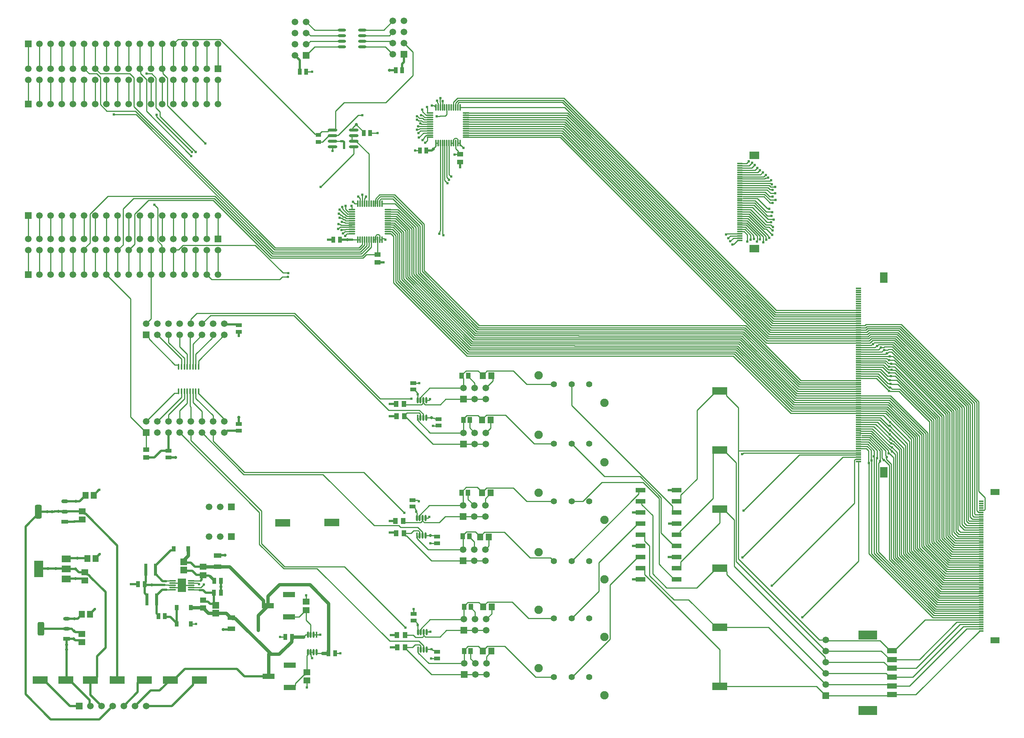
<source format=gtl>
G04*
G04 #@! TF.GenerationSoftware,Altium Limited,Altium Designer,22.3.1 (43)*
G04*
G04 Layer_Physical_Order=1*
G04 Layer_Color=255*
%FSLAX25Y25*%
%MOIN*%
G70*
G04*
G04 #@! TF.SameCoordinates,28AED8AE-6D8B-4080-ADD8-9E34605278D5*
G04*
G04*
G04 #@! TF.FilePolarity,Positive*
G04*
G01*
G75*
%ADD10C,0.01000*%
%ADD15C,0.02000*%
G04:AMPARAMS|DCode=23|XSize=61.4mil|YSize=32.76mil|CornerRadius=16.38mil|HoleSize=0mil|Usage=FLASHONLY|Rotation=180.000|XOffset=0mil|YOffset=0mil|HoleType=Round|Shape=RoundedRectangle|*
%AMROUNDEDRECTD23*
21,1,0.06140,0.00000,0,0,180.0*
21,1,0.02864,0.03276,0,0,180.0*
1,1,0.03276,-0.01432,0.00000*
1,1,0.03276,0.01432,0.00000*
1,1,0.03276,0.01432,0.00000*
1,1,0.03276,-0.01432,0.00000*
%
%ADD23ROUNDEDRECTD23*%
G04:AMPARAMS|DCode=24|XSize=61.4mil|YSize=123.31mil|CornerRadius=16.27mil|HoleSize=0mil|Usage=FLASHONLY|Rotation=180.000|XOffset=0mil|YOffset=0mil|HoleType=Round|Shape=RoundedRectangle|*
%AMROUNDEDRECTD24*
21,1,0.06140,0.09077,0,0,180.0*
21,1,0.02886,0.12331,0,0,180.0*
1,1,0.03254,-0.01443,0.04538*
1,1,0.03254,0.01443,0.04538*
1,1,0.03254,0.01443,-0.04538*
1,1,0.03254,-0.01443,-0.04538*
%
%ADD24ROUNDEDRECTD24*%
%ADD25R,0.06140X0.03276*%
%ADD28R,0.06316X0.03464*%
G04:AMPARAMS|DCode=29|XSize=63.16mil|YSize=34.64mil|CornerRadius=17.32mil|HoleSize=0mil|Usage=FLASHONLY|Rotation=180.000|XOffset=0mil|YOffset=0mil|HoleType=Round|Shape=RoundedRectangle|*
%AMROUNDEDRECTD29*
21,1,0.06316,0.00000,0,0,180.0*
21,1,0.02852,0.03464,0,0,180.0*
1,1,0.03464,-0.01426,0.00000*
1,1,0.03464,0.01426,0.00000*
1,1,0.03464,0.01426,0.00000*
1,1,0.03464,-0.01426,0.00000*
%
%ADD29ROUNDEDRECTD29*%
G04:AMPARAMS|DCode=30|XSize=63.16mil|YSize=125.19mil|CornerRadius=17.37mil|HoleSize=0mil|Usage=FLASHONLY|Rotation=180.000|XOffset=0mil|YOffset=0mil|HoleType=Round|Shape=RoundedRectangle|*
%AMROUNDEDRECTD30*
21,1,0.06316,0.09045,0,0,180.0*
21,1,0.02842,0.12519,0,0,180.0*
1,1,0.03474,-0.01421,0.04523*
1,1,0.03474,0.01421,0.04523*
1,1,0.03474,0.01421,-0.04523*
1,1,0.03474,-0.01421,-0.04523*
%
%ADD30ROUNDEDRECTD30*%
%ADD35R,0.03740X0.05315*%
%ADD37R,0.05315X0.03740*%
%ADD43R,0.03600X0.04800*%
%ADD48R,0.03150X0.10630*%
%ADD49R,0.06127X0.05727*%
G04:AMPARAMS|DCode=50|XSize=57.25mil|YSize=17.16mil|CornerRadius=8.58mil|HoleSize=0mil|Usage=FLASHONLY|Rotation=90.000|XOffset=0mil|YOffset=0mil|HoleType=Round|Shape=RoundedRectangle|*
%AMROUNDEDRECTD50*
21,1,0.05725,0.00000,0,0,90.0*
21,1,0.04009,0.01716,0,0,90.0*
1,1,0.01716,0.00000,0.02005*
1,1,0.01716,0.00000,-0.02005*
1,1,0.01716,0.00000,-0.02005*
1,1,0.01716,0.00000,0.02005*
%
%ADD50ROUNDEDRECTD50*%
%ADD51R,0.01716X0.05725*%
%ADD54R,0.07087X0.09252*%
%ADD59R,0.08500X0.04016*%
%ADD60R,0.05727X0.06127*%
%ADD62R,0.13504X0.07008*%
%ADD63R,0.10984X0.04685*%
%ADD64R,0.08661X0.04724*%
%ADD65R,0.16535X0.07874*%
%ADD66R,0.05118X0.01181*%
%ADD71C,0.05500*%
%ADD72R,0.07874X0.14961*%
%ADD73R,0.07874X0.05906*%
%ADD74R,0.05118X0.03543*%
%ADD75R,0.06102X0.06102*%
%ADD76R,0.06693X0.04331*%
%ADD77R,0.06102X0.05906*%
%ADD78O,0.08661X0.02362*%
%ADD79R,0.05315X0.03937*%
%ADD80O,0.01378X0.05512*%
%ADD81O,0.07480X0.02362*%
%ADD82O,0.06496X0.01181*%
%ADD83O,0.01181X0.06496*%
%ADD84R,0.06102X0.05315*%
%ADD85O,0.06299X0.01181*%
%ADD86R,0.03740X0.05315*%
%ADD87R,0.05709X0.04528*%
%ADD88R,0.03937X0.05315*%
%ADD89R,0.05315X0.06102*%
%ADD90R,0.05118X0.01181*%
%ADD91R,0.08661X0.07087*%
%ADD92R,0.03937X0.01181*%
%ADD93R,0.08465X0.05512*%
%ADD94R,0.06102X0.05512*%
%ADD95C,0.03000*%
%ADD96R,0.05906X0.05906*%
%ADD97C,0.05906*%
%ADD98R,0.05906X0.05906*%
%ADD99C,0.07500*%
%ADD100C,0.02400*%
%ADD101C,0.02800*%
G36*
X156205Y122332D02*
X148921D01*
Y134536D01*
X156205D01*
Y122332D01*
D02*
G37*
D10*
X349400Y402782D02*
Y444428D01*
X362200Y407801D02*
Y449447D01*
X418138Y359500D02*
X510904D01*
X347600Y402037D02*
X410037Y339600D01*
X364064Y408483D02*
Y450129D01*
X369464Y410720D02*
X418884Y361300D01*
X365864Y409229D02*
X417393Y357700D01*
X349400Y402782D02*
X410782Y341400D01*
X410037Y339600D02*
X649065D01*
X353000Y404274D02*
X412174Y345100D01*
X345800Y401291D02*
Y442937D01*
X351200Y403528D02*
X411428Y343300D01*
X351200Y403528D02*
Y445173D01*
X345800Y401291D02*
X409291Y337800D01*
X347600Y402037D02*
Y443682D01*
X362200Y407801D02*
X415901Y354100D01*
X369464Y410720D02*
Y452365D01*
X413665Y348700D02*
X506431D01*
X409291Y337800D02*
X648320D01*
X418884Y361300D02*
X657912D01*
X354800Y405019D02*
Y446664D01*
X412919Y346900D02*
X505685D01*
X415901Y354100D02*
X508667D01*
X354800Y405019D02*
X412919Y346900D01*
X417393Y357700D02*
X510158D01*
X367664Y409974D02*
X418138Y359500D01*
X358400Y406510D02*
X414410Y350500D01*
X407800Y334200D02*
X646506D01*
X411428Y343300D02*
X504194D01*
X344000Y400546D02*
Y442191D01*
X365864Y409229D02*
Y450874D01*
X416647Y355900D02*
X509413D01*
X408546Y336000D02*
X647500D01*
X360200Y407256D02*
X415156Y352300D01*
X360200Y407256D02*
Y448901D01*
X367664Y409974D02*
Y451620D01*
X358400Y406510D02*
Y448156D01*
X342200Y399800D02*
X407800Y334200D01*
X414410Y350500D02*
X507176D01*
X410782Y341400D02*
X649811D01*
X342200Y399800D02*
Y441317D01*
X356600Y405765D02*
X413665Y348700D01*
X356600Y405765D02*
Y447410D01*
X344000Y400546D02*
X408546Y336000D01*
X364064Y408483D02*
X416647Y355900D01*
X415156Y352300D02*
X507922D01*
X412174Y345100D02*
X504940D01*
X353000Y404274D02*
Y445919D01*
X383986Y446859D02*
Y524951D01*
X383285Y443927D02*
Y446158D01*
X383986Y446859D01*
X383017Y443659D02*
X383285Y443927D01*
X386702Y442531D02*
Y442802D01*
X385954Y443549D02*
X386702Y442802D01*
X385954Y443549D02*
Y524951D01*
X383386Y548942D02*
X383886Y549442D01*
X380700Y548942D02*
X383386D01*
X383886Y549442D02*
X388550D01*
X380686Y548928D02*
X380700Y548942D01*
X385989Y557269D02*
Y562706D01*
X386154Y562872D01*
X391860Y492121D02*
Y492377D01*
Y496912D02*
Y524951D01*
Y496912D02*
X393736Y495036D01*
Y494969D02*
Y495036D01*
X389891Y494346D02*
X391860Y492377D01*
X387923Y491775D02*
X390477Y489221D01*
X389891Y494346D02*
Y524951D01*
X387923Y491775D02*
Y524951D01*
X127900Y469600D02*
X130647Y466853D01*
Y437283D02*
Y466853D01*
X367116Y542077D02*
X374734D01*
X366582Y542611D02*
X367116Y542077D01*
X366203Y542611D02*
X366582D01*
X363328Y537342D02*
X364885D01*
X363060Y537074D02*
X363328Y537342D01*
X364885D02*
X365684Y538140D01*
X374734D01*
X364304Y534038D02*
Y534215D01*
X366261Y536172D01*
X368968Y534203D02*
X374734D01*
X364917Y530153D02*
X368968Y534203D01*
X368084Y527714D02*
Y528093D01*
X369289Y529298D01*
Y530153D01*
X841096Y152541D02*
X868800D01*
X369289Y530153D02*
X371337Y532200D01*
X374699D01*
X374734Y532235D01*
X372576Y527319D02*
Y530183D01*
X372660Y530266D02*
X374734D01*
X370600Y525343D02*
X372576Y527319D01*
Y530183D02*
X372660Y530266D01*
X365372Y547289D02*
X368134D01*
X364394Y545111D02*
X367239D01*
X363490Y546014D02*
X364394Y545111D01*
X363441Y549220D02*
X365372Y547289D01*
X363111Y546014D02*
X363490D01*
X363222Y549220D02*
X363441D01*
X368304Y544046D02*
X374734D01*
X366922Y549718D02*
X368251D01*
X367239Y545111D02*
X368304Y544046D01*
X369409Y546014D02*
X374734D01*
X369986Y547983D02*
X374734D01*
X368134Y547289D02*
X369409Y546014D01*
X368251Y549718D02*
X369986Y547983D01*
X366654Y549986D02*
X366922Y549718D01*
X368126Y553197D02*
Y554788D01*
X367940Y554973D02*
X368126Y554788D01*
X383654Y564736D02*
X383958Y565039D01*
X383654Y561882D02*
Y564736D01*
X383958Y565039D02*
Y565418D01*
X385954Y557235D02*
X385989Y557269D01*
X381154Y563109D02*
X381391Y562872D01*
X383951Y557269D02*
Y561585D01*
X383654Y561882D02*
X383951Y561585D01*
X381391Y561224D02*
Y562872D01*
X673522Y435974D02*
Y441232D01*
X300884Y461469D02*
X304824D01*
X299273Y465626D02*
X301461Y463438D01*
X304824D01*
X296869Y456953D02*
X297541Y456281D01*
X298255Y461553D02*
X299927Y459881D01*
X299273Y465626D02*
Y468600D01*
X298457Y456281D02*
X299209Y455529D01*
X299181Y458081D02*
X299229D01*
X298401Y458861D02*
X299181Y458081D01*
X297541Y456281D02*
X298457D01*
X299927Y459881D02*
X299975D01*
X296300Y466054D02*
X300884Y461469D01*
X296602Y456953D02*
X296869D01*
X295741Y457813D02*
X296602Y456953D01*
X298632Y453560D02*
X304858D01*
X295127Y451514D02*
X301995D01*
X292935Y452098D02*
X294543D01*
X295127Y451514D01*
X298060Y454132D02*
X298632Y453560D01*
X296044Y454132D02*
X298060D01*
X295776Y454400D02*
X296044Y454132D01*
X292667Y452365D02*
X292935Y452098D01*
X294135Y449623D02*
X304858D01*
X292288Y448156D02*
X292667D01*
X294135Y449623D01*
X294684Y460581D02*
X295518D01*
X294140Y457813D02*
X295741D01*
X295518Y460581D02*
X297238Y458861D01*
X293872Y458081D02*
X294140Y457813D01*
X293592Y461673D02*
X294684Y460581D01*
X293213Y461673D02*
X293592D01*
X297238Y458861D02*
X298401D01*
X293872Y465446D02*
X297766Y461553D01*
X293856Y465446D02*
X293872D01*
X297766Y461553D02*
X298255D01*
X296300Y466054D02*
Y467525D01*
X296032Y467793D02*
X296300Y467525D01*
X654818Y500736D02*
X665960D01*
X305800Y472500D02*
X307613Y470686D01*
X665960Y500736D02*
X668006Y502783D01*
X670469Y500736D02*
X670506D01*
X304858Y465372D02*
Y467793D01*
X668578Y498846D02*
X670469Y500736D01*
X304407Y468244D02*
Y468600D01*
X317399Y476855D02*
Y477126D01*
X316079Y475535D02*
X317399Y476855D01*
X304407Y468244D02*
X304858Y467793D01*
X295467Y447106D02*
X295684Y447322D01*
X297677D01*
X297869Y447515D02*
X298996D01*
X297677Y447322D02*
X297869Y447515D01*
X298721Y442068D02*
X300110Y443458D01*
X298721Y441690D02*
Y442068D01*
X300110Y443458D02*
Y443718D01*
X297035Y444135D02*
X298587Y445686D01*
X304858D01*
X296656Y444135D02*
X297035D01*
X300110Y443718D02*
X304858D01*
X320016Y470686D02*
Y515333D01*
X308569Y526780D02*
X320016Y515333D01*
X316079Y470686D02*
Y475535D01*
X313993Y478835D02*
X314075Y478752D01*
Y470721D02*
Y478752D01*
Y470721D02*
X314110Y470686D01*
X680231Y485598D02*
X684077D01*
X678794Y487035D02*
X680231Y485598D01*
X652505Y487035D02*
X678794D01*
X682065Y449868D02*
X682195D01*
X678583Y449912D02*
X681803Y446693D01*
X675023Y449912D02*
X678583D01*
X680221Y451712D02*
X682065Y449868D01*
X675769Y451712D02*
X680221D01*
X678380Y466355D02*
X678635Y466100D01*
X668115Y475313D02*
X677072Y466355D01*
X678380D01*
X666254Y473333D02*
X676269Y463317D01*
X681204D02*
X681472Y463049D01*
X676269Y463317D02*
X681204D01*
X655613Y475313D02*
X668115D01*
X677141Y459900D02*
X680818D01*
X665754Y471287D02*
X677141Y459900D01*
X652505Y471287D02*
X665754D01*
X652505Y469318D02*
X665177D01*
X677783Y456712D02*
X682676D01*
X665177Y469318D02*
X677783Y456712D01*
X655191Y473333D02*
X666254D01*
X682676Y456712D02*
X682939Y456449D01*
X676840Y454130D02*
X680242D01*
X680324Y454212D01*
X663620Y467350D02*
X676840Y454130D01*
X660946Y461444D02*
X674277Y448112D01*
X662100Y465381D02*
X675769Y451712D01*
X661523Y463413D02*
X675023Y449912D01*
X676112Y448112D02*
X681600Y442624D01*
X674277Y448112D02*
X676112D01*
X652505Y467350D02*
X663620D01*
X675829Y438655D02*
Y441470D01*
X677629Y441673D02*
X678756Y440546D01*
X653464Y445618D02*
X656407D01*
X659240Y455513D02*
X673522Y441232D01*
X656980Y447591D02*
X662031Y442540D01*
X653213Y451602D02*
X658060D01*
X653400Y449633D02*
X657483D01*
X677629Y441673D02*
Y442216D01*
X653478Y461444D02*
X660946D01*
X670441Y438716D02*
Y441766D01*
X662031Y438387D02*
Y442540D01*
X653224Y459476D02*
X660369D01*
X677629Y442216D01*
X652505Y463413D02*
X661523D01*
X654434Y447591D02*
X656980D01*
X656407Y445618D02*
X659120Y442906D01*
X658715Y453492D02*
X670441Y441766D01*
X659869Y457429D02*
X675829Y441470D01*
X668006Y436843D02*
Y441656D01*
X658060Y451602D02*
X668006Y441656D01*
X664866Y439383D02*
Y442250D01*
X659120Y436674D02*
Y442906D01*
X657483Y449633D02*
X664866Y442250D01*
X678756Y440167D02*
Y440546D01*
X654890Y457429D02*
X659869D01*
X654624Y453492D02*
X658715D01*
X653400Y465381D02*
X662100D01*
X654818Y455513D02*
X659240D01*
X679053Y477202D02*
X681826D01*
X679695Y474014D02*
X684368D01*
X652505Y479114D02*
X674595D01*
X673950Y477114D02*
X679509Y471555D01*
X681567D01*
X675126Y481129D02*
X679053Y477202D01*
X681567Y471555D02*
X681835Y471287D01*
X674595Y479114D02*
X679695Y474014D01*
X652505Y481129D02*
X675126D01*
X655204Y477114D02*
X673950D01*
X681826Y477202D02*
X681835Y477192D01*
X758900Y316134D02*
X775724D01*
X758484D02*
X758900D01*
X840519Y150573D02*
X868800D01*
X651717Y483098D02*
X652505D01*
X679952Y479953D02*
X683832D01*
X684100Y480221D01*
X676807Y483098D02*
X679952Y479953D01*
X677820Y485066D02*
X679521Y483365D01*
X681567D02*
X681835Y483098D01*
X684077Y485598D02*
X684100Y485621D01*
X679521Y483365D02*
X681567D01*
X680064Y491655D02*
X680442D01*
X652505Y490972D02*
X679380D01*
X680064Y491655D01*
X675470Y493712D02*
X677631D01*
X677898Y493980D01*
X652505Y492940D02*
X674698D01*
X675470Y493712D01*
X675450Y496421D02*
X675829D01*
X673938Y494909D02*
X675450Y496421D01*
X652505Y494909D02*
X673938D01*
X670958Y496877D02*
X672768Y498688D01*
X652505Y496877D02*
X670958D01*
X672768Y498688D02*
X672965D01*
X653400Y498914D02*
X653469Y498846D01*
X668578D01*
X663443Y507441D02*
Y507569D01*
X654818Y502806D02*
X663195D01*
X665856Y505467D01*
X660776Y504775D02*
X663443Y507441D01*
X654818Y504775D02*
X660776D01*
X658458Y506821D02*
X660382Y508745D01*
X653400Y506821D02*
X658458D01*
X675829Y438655D02*
X676096Y438387D01*
X670441Y438716D02*
X670506Y438651D01*
X653386Y445696D02*
X653464Y445618D01*
X664866Y439383D02*
X665115Y439134D01*
X654317Y447708D02*
X654434Y447591D01*
X667837Y436674D02*
X668006Y436843D01*
X662009Y438365D02*
X662031Y438387D01*
X770003Y242965D02*
Y249612D01*
X767924Y238207D02*
Y249146D01*
X829800Y168928D02*
Y278123D01*
X787425Y312285D02*
X793092D01*
X833400Y170420D02*
Y279614D01*
X831600Y169674D02*
Y278869D01*
X828000Y168182D02*
Y277378D01*
X785686Y319087D02*
X791382D01*
X787772Y316134D02*
X791789D01*
X786779Y312931D02*
X787102Y312608D01*
X795908Y304379D02*
X824400Y275887D01*
X787102Y312608D02*
X787425Y312285D01*
X788597Y321373D02*
X791641D01*
X786333Y302579D02*
X795162D01*
X789665Y304379D02*
X795908D01*
X822600Y165946D02*
Y275141D01*
X784702Y316134D02*
X787772D01*
X791641Y321373D02*
X833400Y279614D01*
X787741Y308778D02*
X794054D01*
X791382Y319087D02*
X831600Y278869D01*
X826200Y167437D02*
Y276632D01*
X791789Y316134D02*
X829800Y278123D01*
X795162Y302579D02*
X822600Y275141D01*
X794054Y308778D02*
X826200Y276632D01*
X793092Y312285D02*
X828000Y277378D01*
X785890Y324500D02*
X791221D01*
X789087Y342339D02*
X795749Y335676D01*
X776902Y344381D02*
X789590D01*
X771357Y347981D02*
X791197D01*
X857137Y186817D02*
Y289678D01*
X768375Y355181D02*
X794179D01*
X767629Y356981D02*
X794925D01*
X766138Y360581D02*
X796416D01*
X838800Y172656D02*
Y282443D01*
X837000Y171911D02*
Y281698D01*
X788435Y337900D02*
X842400Y283934D01*
X773005Y346181D02*
X790451D01*
X840600Y173402D02*
Y283189D01*
X765393Y362381D02*
X797162D01*
X851400Y183200D02*
Y287778D01*
X862706Y192700D02*
Y291746D01*
X792688Y351581D02*
X855337Y288932D01*
X794179Y355181D02*
X858937Y290423D01*
X790838Y330405D02*
X838800Y282443D01*
X791698Y327000D02*
X836414Y282284D01*
X791943Y349781D02*
X853537Y288187D01*
X680505Y359441D02*
X764998D01*
X796416Y360581D02*
X864700Y292297D01*
X847800Y178469D02*
Y286171D01*
X789938Y333850D02*
X840600Y283189D01*
X858937Y189880D02*
Y290423D01*
X771580Y344946D02*
X771770D01*
X795670Y358781D02*
X862706Y291746D01*
X778797Y341653D02*
X778982Y341839D01*
X836414Y282284D02*
X836414D01*
X866500Y212714D02*
Y293043D01*
X853537Y184283D02*
Y288187D01*
X788680Y340200D02*
X844200Y284680D01*
X789590Y344381D02*
X847800Y286171D01*
X864700Y195488D02*
Y292297D01*
X769866Y351581D02*
X792688D01*
X678179Y351567D02*
X767307D01*
X846000Y176909D02*
Y285426D01*
X791221Y324500D02*
X835200Y280521D01*
X794925Y356981D02*
X860905Y291000D01*
X681082Y361409D02*
X764421D01*
X770612Y349781D02*
X791943D01*
X795749Y335676D02*
Y335676D01*
X766884Y358781D02*
X795670D01*
X855337Y185942D02*
Y288932D01*
X791197Y347981D02*
X851400Y287778D01*
X835200Y171165D02*
Y280521D01*
X842400Y174147D02*
Y283934D01*
X679333Y355504D02*
X766152D01*
X849600Y182069D02*
Y287032D01*
X769121Y353381D02*
X793434D01*
X790451Y346181D02*
X849600Y287032D01*
X677602Y349598D02*
X767884D01*
X678756Y353535D02*
X766729D01*
X758900Y333850D02*
X789938D01*
X793434Y353381D02*
X857137Y289678D01*
X836414Y282284D02*
X837000Y281698D01*
X795749Y335676D02*
X846000Y285426D01*
X676674Y347630D02*
X768461D01*
X797162Y362381D02*
X866500Y293043D01*
X860905Y191206D02*
Y291000D01*
X844200Y176163D02*
Y284680D01*
X775722Y343201D02*
X776902Y344381D01*
X774964Y343201D02*
X775722D01*
X761051Y341647D02*
X773410D01*
X774964Y343201D01*
X771770Y344946D02*
X773005Y346181D01*
X771340Y344807D02*
X771719D01*
X770226Y343693D02*
X771340Y344807D01*
X759633Y343693D02*
X770226D01*
X778982Y341839D02*
X781497D01*
X766152Y355504D02*
X767629Y356981D01*
X766729Y353535D02*
X768375Y355181D01*
X758900Y345661D02*
X769038D01*
X771357Y347981D01*
X765575Y357472D02*
X766884Y358781D01*
X764421Y361409D02*
X765393Y362381D01*
X764998Y359441D02*
X766138Y360581D01*
X768461Y347630D02*
X770612Y349781D01*
X767307Y351567D02*
X769121Y353381D01*
X760947Y357472D02*
X765575D01*
X767884Y349598D02*
X769866Y351581D01*
X781497Y341839D02*
X781997Y342339D01*
X789087D01*
X776711Y339678D02*
X778797Y341764D01*
X761051Y339678D02*
X776711D01*
X785812Y340200D02*
X788680D01*
X784876Y339264D02*
X785812Y340200D01*
X758900Y337787D02*
X779774D01*
X781250Y339264D01*
X784876D01*
X786070Y337900D02*
X788435D01*
X784481Y336311D02*
X786070Y337900D01*
X784141Y336311D02*
X784481D01*
X758900Y335819D02*
X783231D01*
X783763Y336350D02*
X784141D01*
X783231Y335819D02*
X783763Y336350D01*
X758900Y331882D02*
X784210D01*
X785686Y330405D01*
X758900Y327945D02*
X782445D01*
X785890Y324500D01*
X758900Y329913D02*
X783022D01*
X785668Y327268D01*
X785686Y330405D02*
X790838D01*
X785668Y327268D02*
X788003D01*
X788271Y327000D01*
X785229Y312931D02*
X786779D01*
X788470Y327000D02*
X791698D01*
X784284Y320200D02*
X784573D01*
X788414Y321596D02*
X788423Y321587D01*
X785319Y322000D02*
X785723Y321596D01*
X758900Y325976D02*
X781053D01*
X780476Y324008D02*
X784284Y320200D01*
X758900Y324008D02*
X780476D01*
X785723Y321596D02*
X788414D01*
X784573Y320200D02*
X785686Y319087D01*
X781053Y325976D02*
X785030Y322000D01*
X785319D01*
X788423Y321547D02*
X788597Y321373D01*
X788423Y321547D02*
Y321587D01*
X778797Y322039D02*
X784702Y316134D01*
X758900Y322039D02*
X778797D01*
X824400Y166691D02*
Y275887D01*
X774747Y314165D02*
X786047Y302865D01*
X785130Y309273D02*
X787246D01*
X776301Y318102D02*
X785130Y309273D01*
X787246D02*
X787514Y309006D01*
X785724Y306133D02*
X786630D01*
X786047Y302781D02*
Y302865D01*
X786630Y306133D02*
X786898Y305865D01*
X775724Y316134D02*
X785724Y306133D01*
X786779Y312285D02*
Y312931D01*
X787008Y305933D02*
X787290D01*
X788844Y304379D01*
X789665D01*
X778089Y320071D02*
X785229Y312931D01*
X758900Y318102D02*
X776301D01*
X758900Y320071D02*
X778089D01*
X760869Y314165D02*
X774747D01*
X758837Y274795D02*
X775696D01*
X786760Y263731D01*
X760177Y270858D02*
X772475D01*
X787347Y259609D02*
X787583D01*
X789546Y257646D02*
X790112D01*
X774129Y272827D02*
X787347Y259609D01*
X790112Y257646D02*
X797200Y250558D01*
X787583Y259609D02*
X789546Y257646D01*
X772475Y270858D02*
X787731Y255602D01*
X788054D01*
X788322Y255334D01*
X771231Y268890D02*
X787018Y253102D01*
X787489D02*
X788163Y252428D01*
X788322Y255334D02*
X789735D01*
X795400Y249670D01*
X759281Y268890D02*
X771231D01*
X788163Y252428D02*
X788678D01*
X787018Y253102D02*
X787489D01*
X778391Y278732D02*
X785672Y271452D01*
X777761Y276764D02*
X800800Y253724D01*
X758900Y278732D02*
X778391D01*
X760750Y280701D02*
X781146D01*
X800800Y157199D02*
Y253724D01*
X759281Y276764D02*
X777761D01*
X781146Y280701D02*
X804400Y257447D01*
X833594Y126950D02*
X868800D01*
X802600Y157944D02*
Y255567D01*
X786715Y271452D02*
X802600Y255567D01*
X804400Y158690D02*
Y257447D01*
X785874Y292512D02*
X815400Y262986D01*
Y162963D02*
Y262986D01*
X811600Y161672D02*
Y261695D01*
X784143Y286606D02*
X809800Y260949D01*
X817200Y163709D02*
Y263732D01*
X758900Y296449D02*
X787028D01*
X785297Y290543D02*
X813600Y262241D01*
X758900Y298417D02*
X787605D01*
X809800Y160926D02*
Y260949D01*
X813600Y162218D02*
Y262241D01*
X783566Y284638D02*
X808000Y260204D01*
X820800Y165200D02*
Y265223D01*
X808000Y160181D02*
Y260204D01*
X819000Y164454D02*
Y264477D01*
X786451Y294480D02*
X817200Y263732D01*
X787605Y298417D02*
X820800Y265223D01*
X758900Y284638D02*
X783566D01*
X806200Y159435D02*
Y259458D01*
X758900Y288575D02*
X784720D01*
X758900Y282669D02*
X782989D01*
X758900Y292512D02*
X785874D01*
X782989Y282669D02*
X806200Y259458D01*
X758900Y286606D02*
X784143D01*
X758900Y294480D02*
X786451D01*
X758900Y290543D02*
X785297D01*
X784720Y288575D02*
X811600Y261695D01*
X787028Y296449D02*
X819000Y264477D01*
X795400Y154962D02*
Y249670D01*
X797200Y155708D02*
Y250558D01*
X799000Y156453D02*
Y251445D01*
X786855Y263590D02*
X799000Y251445D01*
X759923Y264875D02*
X770014D01*
X760177Y266843D02*
X770591D01*
X788709Y248492D02*
Y248725D01*
X788678Y252428D02*
X793600Y247506D01*
X770014Y264875D02*
X785445Y249444D01*
Y246971D02*
Y249444D01*
X770591Y266843D02*
X788709Y248725D01*
X788680Y248713D02*
X788894D01*
X791800Y245807D01*
X785672Y246744D02*
X785940Y246476D01*
X786694D02*
X789981Y243189D01*
X785940Y246476D02*
X786694D01*
X793600Y205808D02*
Y247506D01*
X789981Y152744D02*
Y243189D01*
X783145Y244596D02*
X783993Y243748D01*
Y243370D02*
Y243748D01*
X783145Y244596D02*
Y249198D01*
X768808Y260990D02*
X779943Y249854D01*
X778143Y239895D02*
X778183Y239854D01*
X779943Y242359D02*
Y249854D01*
Y242359D02*
X781494Y240808D01*
X778143Y239895D02*
Y249109D01*
X768283Y258969D02*
X778143Y249109D01*
X781629Y240673D02*
X786381Y235921D01*
X781629Y240673D02*
Y240808D01*
X783934Y241352D02*
Y243310D01*
X783993Y243370D01*
X786381Y151253D02*
Y235921D01*
X776694Y158394D02*
Y237986D01*
X778183Y239475D01*
Y239854D01*
X791781Y153490D02*
Y235581D01*
X791800Y235600D01*
Y245807D01*
X783934Y241352D02*
X788181Y237105D01*
X766430Y253185D02*
X770003Y249612D01*
Y242965D02*
X770171Y242797D01*
X765896Y251173D02*
X767924Y249146D01*
Y238207D02*
X768091Y238040D01*
X772939Y157059D02*
Y241482D01*
X772771Y241649D02*
Y243732D01*
X770171Y240714D02*
X770439Y240446D01*
X772771Y241649D02*
X772939Y241482D01*
X770171Y240714D02*
Y242797D01*
X772503Y244000D02*
X772771Y243732D01*
X770591Y156861D02*
Y240446D01*
Y156861D02*
X826092Y101360D01*
X768103Y156803D02*
Y238030D01*
X160929Y124497D02*
X167854D01*
X169595Y126466D02*
X172153Y129025D01*
X167854Y124497D02*
X168185Y124166D01*
X160929Y126466D02*
X169595D01*
X166740Y130403D02*
X167626Y129517D01*
X160929Y130403D02*
X166740D01*
X298996Y447515D02*
X299137Y447655D01*
X304858D01*
X261479Y82244D02*
X263449Y84214D01*
X306132Y536779D02*
X306424D01*
X305503Y537409D02*
X306132Y536779D01*
X305503Y537409D02*
Y538875D01*
X308447Y541819D01*
X308837Y541487D02*
Y541819D01*
Y541487D02*
X315333Y534990D01*
X308447Y541819D02*
X308837D01*
X315333Y534203D02*
Y534990D01*
X305481Y526780D02*
X308569D01*
X304851Y527409D02*
X305481Y526780D01*
X304851Y527409D02*
Y530559D01*
X306424Y515393D02*
Y521779D01*
X276621Y485590D02*
X306424Y515393D01*
X287527Y526780D02*
X294939D01*
X287527Y531959D02*
X292288D01*
X274799Y525343D02*
X275609Y526153D01*
X278567D01*
X284194Y531779D02*
X287527D01*
X278567Y526153D02*
X284194Y531779D01*
X287527Y517969D02*
Y521779D01*
X287162D02*
X287527D01*
X286532Y522409D02*
X287162Y521779D01*
X310280Y549951D02*
X314152D01*
X292288Y531959D02*
X310280Y549951D01*
X271741Y533118D02*
X274799D01*
X275291Y533216D02*
X277653Y535579D01*
X283110D02*
X284311Y536779D01*
X290199D02*
Y553768D01*
X274799Y533216D02*
X275291D01*
X284311Y536779D02*
X290199D01*
X277653Y535579D02*
X283110D01*
X346865Y182044D02*
X348406Y180502D01*
X363713D01*
X357763Y175070D02*
X359956Y177262D01*
X364408D01*
X324756Y182044D02*
X346865D01*
X278900Y227900D02*
X324756Y182044D01*
X363713Y180502D02*
X367993Y176223D01*
X364408Y177262D02*
X365433Y176237D01*
X376194Y48312D02*
X405328D01*
X352432Y72075D02*
X376194Y48312D01*
X270557Y84061D02*
X276500D01*
X270404Y84214D02*
X270557Y84061D01*
X267845Y68463D02*
X270404D01*
X267845D02*
X267982Y68326D01*
Y64389D02*
Y68326D01*
Y64389D02*
X269100Y63271D01*
Y63000D02*
Y63271D01*
X424929Y265231D02*
X429076Y269379D01*
Y276852D01*
X379267Y277890D02*
X382280D01*
X382613Y277558D01*
X376315Y278476D02*
X378681D01*
X379267Y277890D01*
X375970Y278821D02*
X376315Y278476D01*
X371377Y278821D02*
X375970D01*
X371791Y70930D02*
X376194D01*
X371654Y70794D02*
X371791Y70930D01*
X376465D02*
X377405Y69990D01*
X379757D02*
X381128Y68620D01*
X377405Y69990D02*
X379757D01*
X376194Y70930D02*
X376465D01*
X380049Y524951D02*
X382017D01*
X378264Y520509D02*
X380049Y522294D01*
Y524951D01*
X378264Y519964D02*
Y520509D01*
X377920Y519620D02*
X378264Y519964D01*
X305350Y438403D02*
X312142D01*
X321239Y534203D02*
X321272Y534170D01*
X327924D01*
X363509Y300077D02*
Y300939D01*
X359697Y303963D02*
X360484D01*
X363509Y300939D01*
Y300077D02*
X363700Y299885D01*
Y294572D02*
Y299885D01*
X363713Y92800D02*
X363845Y92668D01*
Y86677D02*
X363977Y86545D01*
X363845Y86677D02*
Y92668D01*
X360183Y96689D02*
X360970D01*
X363522Y94137D01*
Y92991D02*
Y94137D01*
Y92991D02*
X363713Y92800D01*
X363011Y188851D02*
Y193582D01*
X362563Y194030D02*
X363011Y193582D01*
X362563Y194030D02*
Y194301D01*
X361374Y196838D02*
X362372Y195840D01*
X359217Y198995D02*
X360004D01*
X361374Y197625D01*
Y196838D02*
Y197625D01*
X362372Y194492D02*
Y195840D01*
Y194492D02*
X362563Y194301D01*
X374968Y173100D02*
X380035D01*
X381128Y172007D01*
X370689Y173100D02*
X374968D01*
X290412Y67400D02*
X294500D01*
X290312Y67300D02*
X290412Y67400D01*
X264598Y36611D02*
Y42950D01*
X263841Y113672D02*
Y119400D01*
X240441Y82244D02*
X244863D01*
X160585Y93808D02*
X165159D01*
X160585Y93808D02*
X160585Y93808D01*
X647006Y434291D02*
X650536Y437822D01*
X652505D01*
X646091Y434291D02*
X647006D01*
X645900Y434100D02*
X646091Y434291D01*
X640271Y443000D02*
X640998Y443728D01*
X640000Y443000D02*
X640271D01*
X642020Y439909D02*
X643870Y441759D01*
X652505D01*
X640998Y443728D02*
X652505D01*
X646643Y439791D02*
X652505D01*
X643870Y437018D02*
X646643Y439791D01*
X708560Y99620D02*
X758900Y149960D01*
Y239362D01*
X634600Y90722D02*
X678078D01*
X631352D02*
X634600D01*
X755802Y241253D02*
X757086D01*
X755041Y240491D02*
X755802Y241253D01*
X757164Y241331D02*
X758900D01*
X757086Y241253D02*
X757164Y241331D01*
X755041Y202086D02*
Y240491D01*
X681078Y128123D02*
X755041Y202086D01*
X651000Y152183D02*
X723684Y79500D01*
X729300D01*
X728833Y59967D02*
Y63953D01*
X729300Y59500D02*
X781394D01*
X640852Y137948D02*
X729300Y49500D01*
X728833Y59967D02*
X729300Y59500D01*
X869222Y95391D02*
X869300Y95469D01*
X868800Y95391D02*
X869222D01*
X729300Y49500D02*
X783520D01*
X651000Y248800D02*
Y287900D01*
X640852Y137948D02*
Y140738D01*
X647400Y145386D02*
X728833Y63953D01*
X634600Y143742D02*
X637848D01*
X649200Y149600D02*
X729300Y69500D01*
X631352Y143742D02*
X634600D01*
X651000Y152183D02*
Y248800D01*
X649200Y149600D02*
Y238428D01*
X729300Y69500D02*
X779268D01*
X647400Y145386D02*
Y187209D01*
X654826Y153493D02*
X744632Y243299D01*
X758900D01*
X640852Y246777D02*
X649200Y238428D01*
X637848Y196762D02*
X647400Y187209D01*
X655874Y195308D02*
X705834Y245268D01*
X758900D01*
X634600Y196762D02*
X637848D01*
X634600Y195308D02*
Y196762D01*
Y184454D02*
Y195308D01*
Y249782D02*
X637848D01*
X631352D02*
X634600D01*
X655874Y247236D02*
X758900D01*
X654722Y246084D02*
X655874Y247236D01*
X654451Y246084D02*
X654722D01*
X651000Y248800D02*
X651405Y249205D01*
X758900D01*
X810220Y30315D02*
X867422Y87517D01*
X788925Y30315D02*
X810220D01*
X867422Y87517D02*
X868800D01*
X804395Y38189D02*
X855692Y89486D01*
X868800D01*
X788925Y38189D02*
X804395D01*
X852778Y91454D02*
X868800D01*
X788925Y46063D02*
X807387D01*
X852778Y91454D01*
X849787Y93423D02*
X868800D01*
X810301Y53937D02*
X849787Y93423D01*
X788925Y53937D02*
X810301D01*
X846873Y95391D02*
X868800D01*
X788925Y61811D02*
X813293D01*
X846873Y95391D01*
X788925Y69685D02*
X790894D01*
X818569Y97360D02*
X868800D01*
X790894Y69685D02*
X818569Y97360D01*
X721098Y37701D02*
X729300Y29500D01*
X788110D02*
X788925Y30315D01*
X729300Y29500D02*
X788110D01*
X787614Y39500D02*
X788925Y38189D01*
X729300Y39500D02*
X787614D01*
X783520Y49500D02*
X786957Y46063D01*
X788925D01*
X781394Y59500D02*
X786957Y53937D01*
X788925D01*
X779268Y69500D02*
X786957Y61811D01*
X788925D01*
X730179Y78621D02*
X778020D01*
X786957Y69685D01*
X788925D01*
X729300Y79500D02*
X730179Y78621D01*
X637848Y143742D02*
X640852Y140738D01*
X640517Y298383D02*
X651000Y287900D01*
X637513Y302801D02*
X640517Y299798D01*
Y298383D02*
Y299798D01*
X631352Y302801D02*
X637513D01*
X640852Y246777D02*
Y246778D01*
X637848Y249782D02*
X640852Y246778D01*
X678078Y90722D02*
X729300Y39500D01*
X634600Y37701D02*
X721098D01*
X866500Y212714D02*
X872069Y207146D01*
Y196625D02*
Y207146D01*
X871307Y195863D02*
X872069Y196625D01*
X868878Y195863D02*
X871307D01*
X868800Y195785D02*
X868878Y195863D01*
X866293Y193895D02*
X869817D01*
X864700Y195488D02*
X866293Y193895D01*
X862706Y192700D02*
X863558Y191848D01*
X868800D01*
X825578Y99328D02*
X869973D01*
X768103Y156803D02*
X825578Y99328D01*
X826092Y101360D02*
X867922D01*
X772939Y157059D02*
X826732Y103265D01*
X869651D01*
X827246Y105297D02*
X868800D01*
X827886Y107202D02*
X868009D01*
X776694Y158394D02*
X827886Y107202D01*
X828463Y109171D02*
X869621D01*
X786381Y151253D02*
X828463Y109171D01*
X828977Y111202D02*
X868800D01*
X829554Y113171D02*
X868800D01*
X830131Y115139D02*
X868800D01*
X758772Y272827D02*
X774129D01*
X831835Y121072D02*
X866633D01*
X797200Y155708D02*
X831835Y121072D01*
X799000Y156453D02*
X832581Y122872D01*
X869129D01*
X866265Y118908D02*
X866293Y118935D01*
X831454Y118908D02*
X866265D01*
X866293Y118935D02*
X868659D01*
X795400Y154962D02*
X831454Y118908D01*
X868659Y118935D02*
X868800Y119076D01*
X833017Y124982D02*
X868800D01*
X834171Y128919D02*
X868800D01*
X834748Y130887D02*
X868800D01*
X835325Y132856D02*
X868800D01*
X837056Y138761D02*
X868800D01*
X839365Y146635D02*
X868800D01*
X839942Y148604D02*
X868800D01*
X841673Y154509D02*
X868800D01*
X842250Y156478D02*
X868800D01*
X842828Y158447D02*
X868800D01*
X843405Y160415D02*
X868800D01*
X843982Y162383D02*
X869577D01*
X844559Y164352D02*
X868800D01*
X845136Y166321D02*
X868800D01*
X845713Y168289D02*
X868800D01*
X846290Y170257D02*
X868800D01*
X848137Y172226D02*
X868800D01*
X848714Y174195D02*
X868800D01*
X850105Y176163D02*
X868800D01*
X853537Y178131D02*
X868800D01*
X855736Y182083D02*
X868800D01*
X800800Y157199D02*
X833017Y124982D01*
X830708Y117108D02*
X869577D01*
X862232Y189880D02*
X869577D01*
X860905Y191206D02*
X862232Y189880D01*
X860905Y187911D02*
X868800D01*
X858937Y189880D02*
X860905Y187911D01*
X858011Y185942D02*
X868800D01*
X857137Y186817D02*
X858011Y185942D01*
X857306Y183974D02*
X868800D01*
X855337Y185942D02*
X857306Y183974D01*
X853537Y184283D02*
X855736Y182083D01*
X851400Y183200D02*
X854563Y180037D01*
X868800D01*
X652505Y483098D02*
X676807D01*
X838850Y144604D02*
X866759D01*
X819000Y164454D02*
X838850Y144604D01*
X838210Y142698D02*
X867100D01*
X837633Y140730D02*
X867100D01*
X836479Y136793D02*
X867100D01*
X835902Y134824D02*
X867100D01*
X849600Y182069D02*
X853537Y178131D01*
X847800Y178469D02*
X850105Y176163D01*
X846000Y176909D02*
X848714Y174195D01*
X844200Y176163D02*
X848137Y172226D01*
X842400Y174147D02*
X846290Y170257D01*
X840600Y173402D02*
X845713Y168289D01*
X838800Y172656D02*
X845136Y166321D01*
X837000Y171911D02*
X844559Y164352D01*
X835200Y171165D02*
X843982Y162383D01*
X833400Y170420D02*
X843405Y160415D01*
X831600Y169674D02*
X842828Y158447D01*
X829800Y168928D02*
X842250Y156478D01*
X828000Y168182D02*
X841673Y154509D01*
X815400Y162963D02*
X837633Y140730D01*
X791781Y153490D02*
X830131Y115139D01*
X793581Y154235D02*
X830708Y117108D01*
X804400Y158690D02*
X834171Y128919D01*
X809800Y160926D02*
X835902Y134824D01*
X813600Y162218D02*
X837056Y138761D01*
X826200Y167437D02*
X841096Y152541D01*
X788181Y151998D02*
X828977Y111202D01*
X820800Y165200D02*
X839365Y146635D01*
X822600Y165946D02*
X839942Y148604D01*
X811600Y161672D02*
X836479Y136793D01*
X824400Y166691D02*
X840519Y150573D01*
X808000Y160181D02*
X835325Y132856D01*
X788181Y151998D02*
Y237105D01*
X817200Y163709D02*
X838210Y142698D01*
X774895Y157648D02*
X827246Y105297D01*
X793581Y154235D02*
Y205789D01*
X806200Y159435D02*
X834748Y130887D01*
X789981Y152744D02*
X829554Y113171D01*
X802600Y157944D02*
X833594Y126950D01*
X774895Y157648D02*
Y241684D01*
X702399Y296449D02*
X758900D01*
X700091Y288575D02*
X758900D01*
X775327Y242116D02*
Y242387D01*
X775343Y242403D01*
X793581Y205789D02*
X793600Y205808D01*
X772939Y243848D02*
Y249222D01*
X774895Y241684D02*
X775327Y242116D01*
X395832Y557269D02*
Y561786D01*
X399428Y565383D02*
X494927D01*
X395797Y557235D02*
X395832Y557269D01*
Y561786D02*
X399428Y565383D01*
X494927D02*
X685121Y375189D01*
X758900D01*
X496477Y546014D02*
X681082Y361409D01*
X406237Y551842D02*
X406315Y551920D01*
X400919Y561783D02*
X493436D01*
X494182Y563583D02*
X684544Y373220D01*
X494151Y538140D02*
X678756Y353535D01*
X495900Y544046D02*
X680505Y359441D01*
X408474Y547905D02*
X408552Y547983D01*
X492069Y532235D02*
X676674Y347630D01*
X495323Y542077D02*
X679928Y357472D01*
X407017Y546014D02*
X496477D01*
X400174Y563583D02*
X494182D01*
X491492Y530266D02*
X676096Y345661D01*
X407017Y538140D02*
X494151D01*
X406315Y551920D02*
X407017D01*
X495439Y557235D02*
X683390Y369284D01*
X407017Y544046D02*
X495900D01*
X494728Y540109D02*
X679333Y355504D01*
X492997Y534203D02*
X677602Y349598D01*
X497054Y547983D02*
X681659Y363378D01*
X493436Y561783D02*
X683967Y371252D01*
X407017Y549951D02*
X497631D01*
X682236Y365347D01*
X407017Y540109D02*
X494728D01*
X498208Y551920D02*
X682813Y367315D01*
X399656Y559201D02*
X399769Y559313D01*
X407017Y530266D02*
X491492D01*
X407017Y532235D02*
X492069D01*
X493574Y536172D02*
X678179Y351567D01*
X401702Y557235D02*
X495439D01*
X407017Y551920D02*
X498208D01*
X408552Y547983D02*
X497054D01*
X407017Y542077D02*
X495323D01*
X407017Y536172D02*
X493574D01*
X407017Y534203D02*
X492997D01*
X684544Y373220D02*
X758900D01*
X397765Y557235D02*
X397800Y557269D01*
Y561209D01*
X400174Y563583D01*
X399769Y560632D02*
X400919Y561783D01*
X399769Y559313D02*
Y560632D01*
X683967Y371252D02*
X758900D01*
X682236Y365347D02*
X758900D01*
X676096Y345661D02*
X758900D01*
X683390Y369284D02*
X758900D01*
X679928Y357472D02*
X758900D01*
X682813Y367315D02*
X758900D01*
X681659Y363378D02*
X758900D01*
X505785Y346800D02*
X652048D01*
X701245Y292512D02*
X758900D01*
X648320Y337800D02*
X699513Y286606D01*
X649065Y339600D02*
X700091Y288575D01*
X656251Y342597D02*
Y342597D01*
X698037Y282669D02*
X758900D01*
X662592Y343892D02*
X704130Y302354D01*
X698862Y284638D02*
X758900D01*
X700667Y290543D02*
X758900D01*
X508022Y352200D02*
X654284D01*
X506531Y348600D02*
X652793D01*
X662592Y343892D02*
Y343892D01*
X652048Y346800D02*
X656251Y342597D01*
X655775Y355800D02*
X705284Y306291D01*
X650556Y343200D02*
X701245Y292512D01*
X652793Y348600D02*
X671348Y330045D01*
X656251Y342597D02*
X702399Y296449D01*
X653539Y350400D02*
X703553Y300386D01*
X505040Y345000D02*
X651302D01*
X509513Y355800D02*
X655775D01*
X508767Y354000D02*
X655030D01*
X647500Y336000D02*
X698862Y284638D01*
X649811Y341400D02*
X700667Y290543D01*
X655030Y354000D02*
X704707Y304323D01*
X656521Y357600D02*
X705861Y308260D01*
X701822Y294480D02*
X758900D01*
X657912Y361300D02*
X707015Y312197D01*
X654284Y352200D02*
X662592Y343892D01*
X504294Y343200D02*
X650556D01*
X671348Y330045D02*
Y330045D01*
X651302Y345000D02*
X654451Y341851D01*
X657267Y359400D02*
X706438Y310228D01*
X507276Y350400D02*
X653539D01*
X703553Y300386D02*
X758900D01*
X654451Y341851D02*
X701822Y294480D01*
X646506Y334200D02*
X698037Y282669D01*
X699513Y286606D02*
X758900D01*
X511004Y359400D02*
X657267D01*
X510258Y357600D02*
X656521D01*
X654451Y341851D02*
Y341851D01*
X335125Y561369D02*
X359397Y585640D01*
X351465Y614610D02*
X359397Y606678D01*
X297799Y561369D02*
X335125D01*
X359397Y585640D02*
Y606678D01*
X707015Y312197D02*
X758900D01*
X706438Y310228D02*
X758900D01*
X705861Y308260D02*
X758900D01*
X705284Y306291D02*
X758900D01*
X704707Y304323D02*
X758900D01*
X504194Y343300D02*
X504294Y343200D01*
X505685Y346900D02*
X505785Y346800D01*
X507176Y350500D02*
X507276Y350400D01*
X507922Y352300D02*
X508022Y352200D01*
X504940Y345100D02*
X505040Y345000D01*
X506431Y348700D02*
X506531Y348600D01*
X704130Y302354D02*
X758900D01*
X671348Y330045D02*
X702976Y298417D01*
X758900D01*
X509413Y355900D02*
X509513Y355800D01*
X508667Y354100D02*
X508767Y354000D01*
X510158Y357700D02*
X510258Y357600D01*
X510904Y359500D02*
X511004Y359400D01*
X353407Y468422D02*
X369464Y452365D01*
X353407Y468422D02*
Y468422D01*
X325956Y470721D02*
Y475238D01*
X329553Y478835D02*
X342995D01*
X353407Y468422D01*
X325921Y470686D02*
X325956Y470721D01*
Y475238D02*
X329553Y478835D01*
X331044Y475235D02*
X341503D01*
X342249Y477035D02*
X367664Y451620D01*
X341503Y475235D02*
X365864Y450874D01*
X343506Y470686D02*
X364064Y450129D01*
X330298Y477035D02*
X342249D01*
X331827Y470686D02*
X343506D01*
X327924Y474661D02*
X330298Y477035D01*
X327924Y470721D02*
Y474661D01*
X327890Y470686D02*
X327924Y470721D01*
X329893Y474084D02*
X331044Y475235D01*
X329893Y470721D02*
Y474084D01*
X329858Y470686D02*
X329893Y470721D01*
X346275Y465372D02*
X362200Y449447D01*
X341116Y447620D02*
X345800Y442937D01*
X345121Y461435D02*
X358400Y448156D01*
X337201Y443659D02*
X339858D01*
X341693Y449589D02*
X347600Y443682D01*
X343967Y457498D02*
X354800Y446664D01*
X343390Y455529D02*
X353000Y445919D01*
X342813Y453560D02*
X351200Y445173D01*
X342236Y451592D02*
X349400Y444428D01*
X344544Y459466D02*
X356600Y447410D01*
X339858Y443659D02*
X342200Y441317D01*
X345698Y463403D02*
X360200Y448901D01*
X340539Y445652D02*
X344000Y442191D01*
X337142Y465372D02*
X346275D01*
X337142Y463403D02*
X345698D01*
X337142Y457498D02*
X343967D01*
X337142Y461435D02*
X345121D01*
X337142Y455529D02*
X343390D01*
X337142Y451592D02*
X342236D01*
X337142Y459466D02*
X344544D01*
X337142Y453560D02*
X342813D01*
X337142Y443718D02*
X337201Y443659D01*
X337142Y449623D02*
X337176Y449589D01*
X341693D01*
X366660Y297470D02*
X374488Y305298D01*
X404769D01*
X337142Y447655D02*
X337176Y447620D01*
X341116D01*
X337176Y445652D02*
X340539D01*
X337142Y445686D02*
X337176Y445652D01*
X242500Y405200D02*
X247500D01*
Y408800D02*
X247800Y408500D01*
X242954Y408800D02*
X247500D01*
X652505Y485066D02*
X677820D01*
X651696D02*
X652505D01*
Y489003D02*
X680090D01*
X680927Y488167D01*
X681197D01*
X775343Y242403D02*
Y249363D01*
X769437Y262906D02*
X783145Y249198D01*
X761666Y262906D02*
X769437D01*
X761595Y260990D02*
X768808D01*
X761401Y258969D02*
X768283D01*
X767706Y257001D02*
X775343Y249363D01*
X759911Y257001D02*
X767706D01*
X760177Y255110D02*
X767051D01*
X772939Y249222D01*
X761094Y253185D02*
X766430D01*
X760162Y251173D02*
X765896D01*
X329858Y438403D02*
Y441110D01*
X329780Y441188D02*
Y441844D01*
X334766Y438370D02*
X334780D01*
X331910Y439442D02*
X333694D01*
X334766Y438370D01*
X331827Y438403D02*
Y439358D01*
X329780Y441188D02*
X329858Y441110D01*
X328673Y442951D02*
X329780Y441844D01*
X331827Y439358D02*
X331910Y439442D01*
X327107Y442951D02*
X328673D01*
X325956Y441800D02*
X327107Y442951D01*
X655094Y475302D02*
X655602D01*
X655613Y475313D01*
X397387Y515016D02*
X401702D01*
X401702Y523770D02*
X404655Y520817D01*
X401702Y523770D02*
Y524951D01*
X399734D02*
X401702D01*
X398548Y529499D02*
X399699Y528348D01*
Y524986D02*
Y528348D01*
X397800Y520169D02*
X400070Y517899D01*
X401539Y515016D02*
X401702D01*
X400070Y516485D02*
X401539Y515016D01*
X400070Y516485D02*
Y517899D01*
X399699Y524986D02*
X399734Y524951D01*
X396982Y529499D02*
X398548D01*
X564368Y200878D02*
X574300Y190946D01*
X563350Y203800D02*
X564368Y202782D01*
Y200878D02*
Y202782D01*
X599600Y209454D02*
X613974Y223828D01*
Y285424D01*
X631352Y302801D01*
X595850Y203800D02*
X598092D01*
X599600Y205308D01*
Y209454D01*
X595850Y173800D02*
X597264D01*
X628348Y206298D02*
Y246778D01*
X597264Y173800D02*
X598772Y175308D01*
Y176722D01*
X628348Y206298D01*
Y246778D02*
X631352Y249782D01*
X598092Y143800D02*
X599600Y145308D01*
Y149454D02*
X634600Y184454D01*
X595850Y143800D02*
X598092D01*
X599600Y145308D02*
Y149454D01*
X613710Y126100D02*
X631352Y143742D01*
X586825Y126100D02*
X613710D01*
X574300Y138625D02*
X586825Y126100D01*
X574300Y138625D02*
Y190946D01*
X567100Y168146D02*
X571600Y163646D01*
Y137200D02*
X593337Y115463D01*
X571600Y137200D02*
Y163646D01*
X567100Y168146D02*
Y172292D01*
X563350Y173800D02*
X565592D01*
X567100Y172292D01*
X606611Y115463D02*
X631352Y90722D01*
X593337Y115463D02*
X606611D01*
X567100Y138146D02*
X634600Y70646D01*
Y37701D02*
Y70646D01*
X563350Y143800D02*
X565592D01*
X567100Y142292D01*
Y138146D02*
Y142292D01*
X528660Y220700D02*
X565763D01*
X580119Y206343D01*
X581919Y175489D02*
Y207089D01*
X562992Y226016D02*
X581919Y207089D01*
X501645Y289909D02*
X592100Y199454D01*
X531030Y226016D02*
X562992D01*
X580119Y147289D02*
Y206343D01*
X501645Y289909D02*
Y308698D01*
X511617Y203658D02*
X528660Y220700D01*
X593608Y193800D02*
X595850D01*
X592100Y195308D02*
Y199454D01*
Y195308D02*
X593608Y193800D01*
Y163800D02*
X595850D01*
X581919Y175489D02*
X593608Y163800D01*
X501645Y255401D02*
X531030Y226016D01*
X580119Y147289D02*
X593608Y133800D01*
X501645Y203658D02*
X511617D01*
X593608Y133800D02*
X595850D01*
X561900Y210446D02*
Y215000D01*
X501645Y150140D02*
Y150191D01*
X561900Y210446D01*
X561108Y183800D02*
X563350D01*
X526095Y148787D02*
X561108Y183800D01*
X501645Y98618D02*
X526095Y123068D01*
Y148787D01*
X561108Y153800D02*
X563350D01*
X536195Y128887D02*
X561108Y153800D01*
X536195Y80026D02*
Y128887D01*
X502267Y46098D02*
X536195Y80026D01*
X501645Y46098D02*
X502267D01*
X263900Y588986D02*
X263933Y588953D01*
X269000D01*
X375687Y62599D02*
X375802Y62714D01*
X381128D01*
X360183Y102595D02*
X360216Y102628D01*
Y106982D01*
X375033Y166102D02*
X381128D01*
X364611Y203916D02*
X364881D01*
X359217Y204901D02*
X363627D01*
X364611Y203916D01*
X377343Y271402D02*
X382362D01*
X382613Y271652D01*
X359697Y309869D02*
X359733Y309905D01*
X365097D01*
X395797Y524951D02*
X395832Y524986D01*
Y528348D01*
X396982Y529499D01*
X393828Y524951D02*
X395797D01*
X365637Y518260D02*
X365670Y518293D01*
X361300Y518260D02*
X365637D01*
X329858Y438403D02*
X331827D01*
X325956Y438438D02*
Y441800D01*
X325921Y438403D02*
X325956Y438438D01*
X323953Y438403D02*
X325921D01*
X150595Y126466D02*
X151664Y127535D01*
X152563Y129517D02*
X152833D01*
X153916Y128434D01*
X160929D01*
X152292Y129517D02*
X152563D01*
X144197Y130403D02*
X151407D01*
X151664Y127535D02*
Y128348D01*
X151407Y130403D02*
X152292Y129517D01*
X151664Y128348D02*
X152563Y129246D01*
Y129517D01*
X144197Y126466D02*
X150595D01*
X160929Y132371D02*
X169064D01*
X381983Y557269D02*
Y560632D01*
X381391Y561224D02*
X381983Y560632D01*
Y557269D02*
X382017Y557235D01*
X383951Y557269D02*
X383986Y557235D01*
X376597Y558884D02*
X378400D01*
X380049Y557235D01*
X372256Y557269D02*
X372416Y557109D01*
X372500Y551920D02*
X374734D01*
X372416Y552003D02*
X372500Y551920D01*
X372416Y552003D02*
Y557109D01*
X368126Y553197D02*
X371337Y549986D01*
X374699D02*
X374734Y549951D01*
X371337Y549986D02*
X374699D01*
X364064Y540112D02*
X364065Y540110D01*
X374732D01*
X374734Y540109D01*
X366261Y536172D02*
X374734D01*
X388550Y549442D02*
X389891Y550784D01*
Y557235D01*
X397800Y520169D02*
Y524917D01*
X310386Y477126D02*
X312142Y475371D01*
Y470686D02*
Y475371D01*
X307613Y470686D02*
X310173D01*
X299209Y455529D02*
X304858D01*
X300355Y459501D02*
X304824D01*
X299975Y459881D02*
X300355Y459501D01*
X299229Y458081D02*
X299813Y457498D01*
X304858D01*
X301995Y451514D02*
X302038Y451557D01*
X304824D02*
X304858Y451592D01*
X302038Y451557D02*
X304824D01*
Y463438D02*
X304858Y463403D01*
X304824Y461469D02*
X304858Y461435D01*
X304824Y459501D02*
X304858Y459466D01*
X312142Y438403D02*
X312142Y438403D01*
X264598Y50430D02*
Y65577D01*
X265286Y66265D01*
Y68463D01*
X421961Y316711D02*
X425919Y320669D01*
X421961Y316318D02*
Y316711D01*
X425919Y320669D02*
X449599D01*
X461570Y308698D01*
X485945D01*
X417770Y280875D02*
X420907Y277738D01*
X421891D01*
X425356Y281203D01*
X468205Y255401D02*
X485945D01*
X442403Y281203D02*
X468205Y255401D01*
X425356Y281203D02*
X442403D01*
X417103Y216308D02*
X421090Y212321D01*
X422074D01*
X425540Y215786D01*
X449331D01*
X461460Y203658D01*
X485945D01*
X419614Y171629D02*
Y172022D01*
X423571Y175980D01*
X441491D01*
X464481Y152990D01*
X482785D01*
X485635Y150140D01*
X485945D01*
X418519Y113174D02*
X421090Y110602D01*
X423606D01*
X448436Y113302D02*
X463120Y98618D01*
X426306Y113302D02*
X448436D01*
X423606Y110602D02*
X426306Y113302D01*
X463120Y98618D02*
X485945D01*
X469302Y46098D02*
X485945D01*
X441645Y73755D02*
X469302Y46098D01*
X422092Y69797D02*
X426049Y73755D01*
X422092Y69403D02*
Y69797D01*
X426049Y73755D02*
X441645D01*
X165700Y372300D02*
X253446D01*
X178055Y370500D02*
X252700D01*
X170555Y363000D02*
X178055Y370500D01*
X253446Y372300D02*
X330076Y295670D01*
X160555Y367155D02*
X165700Y372300D01*
X252700Y370500D02*
X337800Y285400D01*
X160555Y363000D02*
Y367155D01*
X330076Y295670D02*
X358233D01*
X337800Y285400D02*
X365225D01*
X374066Y294572D02*
X374792Y295298D01*
X371377Y294572D02*
X374066D01*
X404928Y265231D02*
Y277871D01*
X364058Y275965D02*
X374792Y265231D01*
X404928D01*
X363700Y278821D02*
X364058Y278463D01*
Y275965D02*
Y278463D01*
X351946Y280727D02*
X354202Y282983D01*
X365097D01*
X366122Y281957D01*
Y278958D02*
Y281957D01*
Y278958D02*
X366259Y278821D01*
X368681Y278958D02*
Y281944D01*
Y278958D02*
X368818Y278821D01*
X365225Y285400D02*
X368681Y281944D01*
X351946Y280038D02*
Y280727D01*
X403140Y317007D02*
X407036Y320903D01*
X403140Y316318D02*
Y317007D01*
X407036Y320903D02*
X417770D01*
X421961Y316711D01*
X431100Y311629D02*
Y317446D01*
X424769Y305298D02*
X431100Y311629D01*
X414769Y305298D02*
Y309905D01*
X409045Y315629D02*
Y316318D01*
Y315629D02*
X414769Y309905D01*
X403140Y315629D02*
X404769Y314000D01*
X403140Y315629D02*
Y316318D01*
X404769Y305298D02*
Y314000D01*
X366259Y294572D02*
Y296770D01*
X366660Y297171D01*
Y297470D01*
X370689Y188851D02*
X373046D01*
X373937Y189742D01*
X374201D01*
X315555Y229700D02*
X351832Y193423D01*
X208501Y229700D02*
X315555D01*
X374201Y199979D02*
X404340D01*
X365707Y191485D02*
X374201Y199979D01*
X180355Y257845D02*
Y265300D01*
Y257845D02*
X208501Y229700D01*
X170355Y265300D02*
X207755Y227900D01*
X278900D01*
X367993Y173237D02*
Y176223D01*
X365433Y173237D02*
Y176237D01*
X367993Y173237D02*
X368130Y173100D01*
X365433Y173237D02*
X365570Y173100D01*
X371654Y86600D02*
X375033D01*
X371654Y86545D02*
Y86600D01*
X298033Y145135D02*
X352806Y90362D01*
X244410Y145135D02*
X298033D01*
X223851Y165694D02*
X244410Y145135D01*
X223851Y165694D02*
Y194950D01*
X221800Y165200D02*
Y193855D01*
X150355Y265300D02*
X221800Y193855D01*
Y165200D02*
X243665Y143335D01*
X273586D01*
X338614Y78307D01*
X160355Y258446D02*
X223851Y194950D01*
X160355Y258446D02*
Y265300D01*
X338614Y78307D02*
X364851D01*
X352343Y83701D02*
X359820D01*
X361808Y81714D02*
X367816D01*
X359820Y83701D02*
X361808Y81714D01*
X367816D02*
X368958Y82857D01*
Y70930D02*
Y74200D01*
Y70930D02*
X369095Y70794D01*
X364851Y78307D02*
X368958Y74200D01*
X361496Y75210D02*
X365402D01*
X359049Y72764D02*
X361496Y75210D01*
X366399Y70930D02*
Y74213D01*
X365402Y75210D02*
X366399Y74213D01*
X352537Y280038D02*
X377343Y255231D01*
X404928D01*
X366259Y276622D02*
Y278821D01*
X404928Y277871D02*
X407932Y280875D01*
X417770D01*
X410569Y269591D02*
X414928Y265231D01*
X410569Y269591D02*
Y276918D01*
X414928Y255231D02*
X424929D01*
X404928D02*
X414928D01*
X414769Y295298D02*
X424769D01*
X404769D02*
X414769D01*
X388844D02*
X404769D01*
X383956Y290409D02*
X388844Y295298D01*
X369219Y291674D02*
X370483Y290409D01*
X383956D01*
X368818Y292374D02*
X369219Y291973D01*
Y291674D02*
Y291973D01*
X368818Y292374D02*
Y294572D01*
X368417Y291973D02*
X368818Y292374D01*
X352165Y290409D02*
X367153D01*
X351552Y291022D02*
X352165Y290409D01*
X368417Y291674D02*
Y291973D01*
X367153Y290409D02*
X368417Y291674D01*
X414340Y150340D02*
X424340D01*
X404340D02*
X414340D01*
X376196D02*
X404340D01*
X351466Y174381D02*
X352935Y172913D01*
X353623D02*
X376196Y150340D01*
X351466Y174381D02*
Y175070D01*
X352935Y172913D02*
X353623D01*
X350734Y186002D02*
X352047Y184689D01*
X366464D01*
X367728Y185953D01*
Y186252D01*
X368130Y186653D01*
Y188851D01*
X368267Y188714D01*
Y186217D02*
Y188714D01*
Y186217D02*
X369795Y184689D01*
X383196D01*
X388487Y189979D01*
X404340D01*
X414340D02*
X424340D01*
X404340D02*
X414340D01*
X365570Y188851D02*
X365707Y188988D01*
Y191485D01*
X424340Y206122D02*
X429260Y211041D01*
X424340Y199979D02*
Y206122D01*
X429260Y211041D02*
Y211435D01*
X403013Y212124D02*
X407197Y216308D01*
X417103D01*
X408919Y205401D02*
X414340Y199979D01*
X408919Y205401D02*
Y211435D01*
X403013D02*
Y212124D01*
X404340Y199979D02*
Y210108D01*
X403013Y211435D02*
X404340Y210108D01*
X404208Y173006D02*
X407477Y176275D01*
X415361D01*
X404208Y172318D02*
Y173006D01*
X415361Y176275D02*
X419614Y172022D01*
X424340Y160340D02*
X427607Y163607D01*
Y172754D01*
X410114Y171629D02*
Y172318D01*
Y171629D02*
X414340Y167402D01*
Y160340D02*
Y167402D01*
X404208Y172318D02*
X404340Y172186D01*
Y160340D02*
Y172186D01*
X370689Y172338D02*
X371019Y172007D01*
X370689Y172338D02*
Y173100D01*
X363369Y170245D02*
Y172742D01*
Y170245D02*
X373274Y160340D01*
X363011Y173100D02*
X363369Y172742D01*
X373274Y160340D02*
X404340D01*
X425327Y58312D02*
Y64568D01*
X429769Y69010D01*
Y69403D01*
X129276Y556824D02*
X132900Y553200D01*
X129276Y556824D02*
Y583483D01*
X125461Y587298D02*
X129276Y583483D01*
X120647Y587298D02*
X125461D01*
X132900Y549157D02*
Y553200D01*
Y549157D02*
X164900Y517157D01*
X139488Y558912D02*
X173500Y524900D01*
X139488Y558912D02*
Y583271D01*
X120647Y553592D02*
Y582112D01*
Y553592D02*
X160801Y513438D01*
X129854Y548588D02*
Y550567D01*
Y548588D02*
X161443Y516998D01*
X115367Y587392D02*
X120647Y582112D01*
X397071Y514700D02*
X397387Y515016D01*
X396800Y514700D02*
X397071D01*
X397765Y524951D02*
X397800Y524917D01*
X115367Y587392D02*
Y591378D01*
X114900Y591845D02*
X115367Y591378D01*
X218257Y433498D02*
X242954Y408800D01*
X153338Y433498D02*
X218257D01*
X149353Y429512D02*
X153338Y433498D01*
X145367Y429512D02*
X149353D01*
X144900Y429045D02*
X145367Y429512D01*
X239992Y402692D02*
X242500Y405200D01*
X174900Y406945D02*
X179153Y402692D01*
X239992D01*
X135367Y587392D02*
X139488Y583271D01*
X135367Y587392D02*
Y591378D01*
X134900Y591845D02*
X135367Y591378D01*
X130647Y437283D02*
X134433Y433498D01*
Y429512D02*
Y433498D01*
Y429512D02*
X134900Y429045D01*
X186662Y618198D02*
X271741Y533118D01*
X149153Y618198D02*
X186662D01*
X290199Y553768D02*
X297799Y561369D01*
X84900Y406945D02*
X106400Y385445D01*
Y279255D02*
X120355Y265300D01*
X106400Y279255D02*
Y385445D01*
X74900Y406945D02*
Y429045D01*
X144900Y613945D02*
X149153Y618198D01*
X181500Y475500D02*
X233100Y423900D01*
X182246Y477300D02*
X233846Y425700D01*
X70170Y461330D02*
X86141Y477300D01*
X99700Y466200D02*
X109000Y475500D01*
X180600Y473700D02*
X232200Y422100D01*
X110190Y461349D02*
X122541Y473700D01*
X180600D01*
X86141Y477300D02*
X182246D01*
X109000Y475500D02*
X181500D01*
X110190Y434335D02*
Y461349D01*
X104900Y429045D02*
X110190Y434335D01*
X109353Y557830D02*
Y583689D01*
Y557830D02*
X236082Y431100D01*
X233100Y423900D02*
X313993D01*
X233846Y425700D02*
X313247D01*
X110937Y553700D02*
X235337Y429300D01*
X111291Y550800D02*
X234591Y427500D01*
X312502D01*
X235337Y429300D02*
X311756D01*
X236082Y431100D02*
X311011D01*
X85231Y553700D02*
X110937D01*
X91502Y550800D02*
X111291D01*
X232200Y422100D02*
X314738D01*
X64272Y429672D02*
X70170Y435570D01*
X62200Y427600D02*
X64272Y429672D01*
X317789Y425150D02*
X327890D01*
X314738Y422100D02*
X317789Y425150D01*
X327890D02*
Y438403D01*
X94900Y429045D02*
X99700Y433845D01*
Y466200D01*
X321984Y431891D02*
Y438403D01*
X313993Y423900D02*
X321984Y431891D01*
X120555Y363000D02*
X124900Y367345D01*
Y406945D01*
X184900D02*
Y429045D01*
X70170Y435570D02*
Y461330D01*
X313247Y425700D02*
X320016Y432468D01*
X311011Y431100D02*
X314110Y434199D01*
X318047Y433046D02*
Y438403D01*
X314110Y434199D02*
Y438403D01*
X316079Y433623D02*
Y438403D01*
X311756Y429300D02*
X316079Y433623D01*
X312502Y427500D02*
X318047Y433046D01*
X320016Y432468D02*
Y438403D01*
X76044Y587256D02*
X79321Y583979D01*
X69489Y587256D02*
X76044D01*
X79321Y559610D02*
Y583979D01*
Y559610D02*
X85231Y553700D01*
X64900Y591845D02*
X69489Y587256D01*
X74900Y591845D02*
X79447Y587298D01*
X105744D01*
X174900Y439045D02*
Y460045D01*
X351466Y175070D02*
X357763D01*
X407794Y72595D02*
Y72748D01*
X408672Y73627D01*
X418262D01*
X422092Y69797D01*
X405357Y69469D02*
Y70158D01*
X407794Y72595D01*
X405156Y97931D02*
Y109017D01*
X405413Y109705D02*
X407850Y112143D01*
Y112295D02*
X408729Y113174D01*
X418519D01*
X405413Y109017D02*
Y109705D01*
X407850Y112143D02*
Y112295D01*
X425156Y97931D02*
X430025Y102801D01*
Y108951D01*
X411318Y108328D02*
X415156Y104490D01*
X411318Y108328D02*
Y109017D01*
X415156Y97931D02*
Y104490D01*
X404898Y97673D02*
X405156Y97931D01*
X374884Y97673D02*
X404898D01*
X366673Y86682D02*
Y89462D01*
X374884Y97673D01*
X366536Y86545D02*
X366673Y86682D01*
X368958Y82857D02*
Y83701D01*
X389565Y87931D02*
X405156D01*
X383816Y82183D02*
X389565Y87931D01*
X370477Y82183D02*
X383816D01*
X368958Y83701D02*
X370477Y82183D01*
X415156Y87931D02*
X425156D01*
X405156D02*
X415156D01*
X352432Y72075D02*
Y72764D01*
X364178Y67812D02*
X373678Y58312D01*
X405328D01*
X415328Y48312D02*
X425327D01*
X405328D02*
X415328D01*
Y58312D02*
X416078Y59062D01*
X411262Y62378D02*
X415328Y58312D01*
X424776D02*
X425327D01*
X423317Y59771D02*
X424776Y58312D01*
X411262Y62378D02*
Y69469D01*
X405328Y69440D02*
X405357Y69469D01*
X405328Y58312D02*
Y69440D01*
X364178Y67812D02*
Y70592D01*
X363977Y70794D02*
X364178Y70592D01*
X105744Y587298D02*
X109353Y583689D01*
X366399Y70930D02*
X366536Y70794D01*
X352432Y72764D02*
X359049D01*
X273294Y67300D02*
X278400D01*
X272963Y67631D02*
X273294Y67300D01*
X272963Y67631D02*
Y68463D01*
X263449Y84214D02*
X265286D01*
X263841Y97176D02*
Y106192D01*
Y97176D02*
X267845Y93172D01*
Y84214D02*
Y93172D01*
X248547Y100011D02*
X257365D01*
X263546Y106192D01*
X263841D01*
X254200Y38454D02*
Y40480D01*
X261894Y48174D01*
X249208Y36611D02*
X252358D01*
X254200Y38454D01*
X261894Y48174D02*
X262342D01*
X264598Y50430D01*
X138732Y124497D02*
X144197D01*
X138594Y132233D02*
X138732Y132371D01*
X144197D01*
X140349Y128735D02*
X140650Y128434D01*
X144197D01*
X137216Y128735D02*
X140349D01*
X114900Y406945D02*
Y429045D01*
X124900Y406945D02*
Y429045D01*
X120500Y250043D02*
Y265155D01*
X120355Y265300D02*
X120500Y265155D01*
X167414Y300286D02*
X189417Y278283D01*
Y276239D02*
X190355Y275300D01*
X167414Y300286D02*
Y302353D01*
X189417Y276239D02*
Y278283D01*
X164855Y296119D02*
Y302353D01*
Y296119D02*
X180355Y280619D01*
Y275300D02*
Y280619D01*
X170355Y275300D02*
Y284340D01*
X162296Y292399D02*
Y302353D01*
Y292399D02*
X170355Y284340D01*
X159737Y289184D02*
X160355Y288566D01*
X159737Y289184D02*
Y302353D01*
X160355Y275300D02*
Y288566D01*
X140355Y281477D02*
X154619Y295741D01*
Y302353D01*
X150355Y284994D02*
X157178Y291817D01*
X150355Y275300D02*
Y284994D01*
X157178Y291817D02*
Y302353D01*
X140355Y275300D02*
Y281477D01*
X130355Y275300D02*
X152060Y297005D01*
Y302353D01*
X145841Y300786D02*
X149326D01*
X149501Y300960D02*
Y302353D01*
X149326Y300786D02*
X149501Y300960D01*
X120355Y275300D02*
X145841Y300786D01*
X120555Y353000D02*
X122996Y350559D01*
Y349414D02*
X146168Y326243D01*
X149326D01*
X122996Y349414D02*
Y350559D01*
X149501Y324400D02*
Y326069D01*
X149326Y326243D02*
X149501Y326069D01*
X140555Y346153D02*
Y353000D01*
X157178Y324400D02*
Y335809D01*
X150555Y342432D02*
X157178Y335809D01*
X154619Y324400D02*
Y332089D01*
X140555Y346153D02*
X154619Y332089D01*
X150555Y342432D02*
Y353000D01*
X167414Y329859D02*
X190555Y353000D01*
X167414Y324400D02*
Y329859D01*
X164855Y335755D02*
X179300Y350200D01*
X164855Y324400D02*
Y335755D01*
X162296Y344741D02*
X170555Y353000D01*
X162296Y324400D02*
Y344741D01*
X159737Y352182D02*
X160555Y353000D01*
X159737Y324400D02*
Y352182D01*
X152060Y324400D02*
Y331495D01*
X130555Y353000D02*
X152060Y331495D01*
X333295Y626441D02*
X341465Y634610D01*
X314152Y626441D02*
X333295D01*
X338295Y621441D02*
X341465Y624610D01*
X314152Y621441D02*
X338295D01*
X314152Y616441D02*
X338426D01*
X340257Y614610D02*
X341465D01*
X338426Y616441D02*
X340257Y614610D01*
X314152Y611441D02*
X334634D01*
X341465Y604610D01*
X263900Y633855D02*
X271314Y626441D01*
X295648D01*
X265227Y623855D02*
X267642Y621441D01*
X295648D01*
X263900Y623855D02*
X265227D01*
X265026Y613855D02*
X267612Y616441D01*
X263900Y613855D02*
X265026D01*
X267612Y616441D02*
X295648D01*
X271486Y611441D02*
X295648D01*
X263900Y603855D02*
X271486Y611441D01*
X144900Y591845D02*
Y613945D01*
X84900Y591845D02*
Y613945D01*
X94900Y591845D02*
Y613945D01*
X104900Y591845D02*
Y613945D01*
X174900Y406945D02*
Y429045D01*
X144900Y406945D02*
Y429045D01*
X14900Y406945D02*
Y429045D01*
X24900Y406945D02*
Y429045D01*
X34900Y406945D02*
Y429045D01*
X44900Y406945D02*
Y429045D01*
X54900Y406945D02*
Y429045D01*
X154900Y406945D02*
Y429045D01*
X164900Y406945D02*
Y429045D01*
X184900Y439045D02*
Y460045D01*
X164900Y439045D02*
Y460045D01*
X154900Y439045D02*
Y460045D01*
X144900Y439045D02*
Y460045D01*
X134900Y439045D02*
Y460045D01*
X124900Y439045D02*
Y460045D01*
X114900Y439045D02*
Y460045D01*
X104900Y439045D02*
Y460045D01*
X94900Y439045D02*
Y460045D01*
X84900Y439045D02*
Y460045D01*
X74900Y439045D02*
Y460045D01*
X64900Y439045D02*
Y460045D01*
X54900Y439045D02*
Y460045D01*
X44900Y439045D02*
Y460045D01*
X34900Y439045D02*
Y460045D01*
X24900Y439045D02*
Y460045D01*
X14900Y439045D02*
Y460045D01*
Y560045D02*
Y581845D01*
X24900Y560045D02*
Y581845D01*
X34900Y560045D02*
Y581845D01*
X44900Y560045D02*
Y581845D01*
X54900Y560045D02*
Y581845D01*
X64900Y560045D02*
Y581845D01*
X74900Y560045D02*
Y581845D01*
X84900Y560045D02*
Y581845D01*
X94900Y560045D02*
Y581845D01*
X104900Y560045D02*
Y581845D01*
X114900Y560045D02*
Y581845D01*
X124900Y560045D02*
Y581845D01*
X134900Y560045D02*
Y581845D01*
X144900Y560045D02*
Y581845D01*
X154900Y560045D02*
Y581845D01*
X164900Y560045D02*
Y581845D01*
X174900Y560045D02*
Y581845D01*
X184900Y560045D02*
Y581845D01*
Y591845D02*
Y613945D01*
X174900Y591845D02*
Y613945D01*
X164900Y591845D02*
Y613945D01*
X154900Y591845D02*
Y613945D01*
X124900Y591845D02*
Y613945D01*
X114900Y591845D02*
Y613945D01*
X44900Y591845D02*
Y613945D01*
X34900Y591845D02*
Y613945D01*
X134900Y406945D02*
Y429045D01*
X24900Y591845D02*
Y613945D01*
X94900Y406945D02*
Y429045D01*
X64900Y406945D02*
Y429045D01*
X74900Y591845D02*
Y613945D01*
X54900Y591845D02*
Y613945D01*
X64900Y591845D02*
Y613945D01*
X14900Y591845D02*
Y613945D01*
X134900Y591845D02*
Y613945D01*
X84900Y406945D02*
Y429045D01*
X104900Y406945D02*
Y429045D01*
D15*
X168185Y124166D02*
X171330D01*
X181195Y111925D02*
X181534Y111586D01*
X171330Y124166D02*
X173755Y121741D01*
X50977Y151885D02*
X51690Y152599D01*
X66525Y153350D02*
Y153889D01*
X65927Y152752D02*
X66525Y153350D01*
X51690Y152599D02*
X58547D01*
X50977Y151559D02*
Y151885D01*
X58547Y152599D02*
X58700Y152752D01*
X65927D01*
X48444Y143335D02*
X48753Y143026D01*
X26887Y143335D02*
X32403D01*
X48444D01*
X50808Y143026D02*
X57081D01*
X57172Y142936D02*
X60035Y140072D01*
X57081Y143026D02*
X57172Y142936D01*
X65367Y140072D02*
X65567D01*
X60035D02*
X65367D01*
X26630Y143593D02*
X26887Y143335D01*
X65567Y140072D02*
X67430Y138209D01*
X50095Y134383D02*
X56866D01*
X57019Y134536D02*
X57172Y134383D01*
X63766D02*
X65367Y132782D01*
X57172Y134383D02*
X63766D01*
X49942Y134536D02*
X50095Y134383D01*
X56866D02*
X57019Y134536D01*
X69176Y137446D02*
X70230Y136391D01*
X68986Y137446D02*
X69176D01*
X68224Y138209D02*
X68986Y137446D01*
X84132Y72547D02*
Y122301D01*
X67430Y138209D02*
X68224D01*
X70230Y136202D02*
X84132Y122301D01*
X70230Y136202D02*
Y136391D01*
X12300Y181001D02*
X25899Y194600D01*
X12300Y30800D02*
Y181001D01*
X154532Y147272D02*
Y148650D01*
X154135Y149339D02*
X154824Y148650D01*
X160579D01*
X154532D02*
Y151456D01*
X160579Y148650D02*
X164024Y145205D01*
X154532Y147272D02*
X154728Y147469D01*
X191100Y155406D02*
X191253Y155560D01*
X184361Y155762D02*
X184717Y155406D01*
X191100D01*
X164024Y145205D02*
X171563D01*
X181534Y111586D02*
X182672Y110447D01*
X172797Y113689D02*
X175689D01*
X171563Y114923D02*
X172797Y113689D01*
X175689D02*
X177792Y111586D01*
X181534D01*
X181195Y111925D02*
Y121741D01*
X125394Y128735D02*
X137216D01*
X119612D02*
X125394D01*
X294939Y526780D02*
X296943D01*
X297799Y525924D01*
Y520940D02*
Y525924D01*
X257995Y588986D02*
Y599531D01*
Y588199D02*
Y588986D01*
X300724Y438403D02*
X305350D01*
X294023D02*
X300724D01*
X38221Y194600D02*
X49521D01*
X36253Y194583D02*
X38205D01*
X31621D02*
X36253D01*
X376593Y518293D02*
X377920Y519620D01*
X401700Y503300D02*
X401702Y503302D01*
Y507930D01*
X588900Y213800D02*
X595850D01*
X589000Y183800D02*
X595850D01*
X589000Y153800D02*
X595850D01*
X588900Y153700D02*
X589000Y153800D01*
X556700Y193800D02*
X563350D01*
X556700Y163800D02*
X563350D01*
X556700Y133800D02*
X563350D01*
X283600Y438370D02*
X288084D01*
X288118Y438403D01*
X203355Y352182D02*
Y355846D01*
X187355Y132313D02*
X187413Y132371D01*
X187297Y121741D02*
X187355Y121799D01*
Y132313D01*
X189479Y88678D02*
X196104D01*
X173755Y121741D02*
X181195D01*
X170089Y133396D02*
Y136227D01*
X169064Y132371D02*
X170089Y133396D01*
Y136227D02*
X171476Y137615D01*
X165512D02*
X170653D01*
X171476D01*
X172718Y137036D02*
X176645D01*
X179972Y133710D02*
X181310Y132371D01*
X176645Y137036D02*
X179972Y133710D01*
X177614Y136854D02*
X180365Y134103D01*
X371576Y518293D02*
X376593D01*
X297799Y520940D02*
X297824Y520914D01*
X66005Y192736D02*
X94491Y164250D01*
Y43511D02*
Y164250D01*
X64822Y192736D02*
X66005D01*
X62958Y194600D02*
X64822Y192736D01*
X76302Y64717D02*
X84132Y72547D01*
X70550Y43511D02*
X73798D01*
X76302Y46015D01*
Y64717D01*
X190555Y363000D02*
X191180Y362376D01*
X202731D02*
X203355Y361751D01*
X191180Y362376D02*
X202731D01*
X327890Y418064D02*
X333164D01*
X381826Y277558D02*
X382613D01*
X269053Y63047D02*
X269100Y63000D01*
X338742Y291022D02*
X344466D01*
X338663Y280117D02*
X338742Y280038D01*
X344859D01*
X338663Y186002D02*
X343648D01*
X338614Y185953D02*
X338663Y186002D01*
X338614Y175664D02*
X343785D01*
X344379Y175070D01*
X339819Y83762D02*
X339879Y83701D01*
X345257D01*
X339912Y72790D02*
X339939Y72764D01*
X345345D01*
X25990Y89500D02*
X50808D01*
X55420Y87532D02*
X55853D01*
X53696Y89256D02*
X55420Y87532D01*
X60895Y86531D02*
X62758Y84668D01*
X51052Y89256D02*
X53696D01*
X55853Y87532D02*
X56853Y86531D01*
X60895D01*
X50808Y89500D02*
X51052Y89256D01*
X48491Y43511D02*
X49031Y44052D01*
Y80445D01*
X56695Y79046D02*
X61090D01*
X55296Y80445D02*
X56695Y79046D01*
X49031Y80445D02*
X55296D01*
X61090Y79046D02*
X62758Y77378D01*
X25932Y194567D02*
X31605D01*
X25899Y194600D02*
X25932Y194567D01*
X38205Y194583D02*
X38221Y194600D01*
X31605Y194567D02*
X31621Y194583D01*
X49521Y194600D02*
X62958D01*
X142481Y159758D02*
X144427D01*
X145227Y160558D02*
Y161158D01*
X128814Y142351D02*
Y146091D01*
X142481Y159758D01*
X144427D02*
X145227Y160558D01*
X147685Y94408D02*
Y108479D01*
Y93808D02*
Y94408D01*
X138086Y100007D02*
X142086D01*
X137216Y100877D02*
Y100879D01*
Y100877D02*
X138086Y100007D01*
X142086D02*
X147685Y94408D01*
X129724Y103252D02*
X131310Y101666D01*
Y100879D02*
Y101666D01*
X129724Y103252D02*
Y115590D01*
X154532Y141367D02*
X161760D01*
X165512Y137615D01*
X145198Y43511D02*
X155087Y53400D01*
X141950Y43511D02*
X145198D01*
X155087Y53400D02*
X201730D01*
X208519Y46611D02*
X230192D01*
X201730Y53400D02*
X208519Y46611D01*
X134891Y124497D02*
X138732D01*
X129724Y115590D02*
Y119330D01*
X134891Y124497D01*
X128814Y138611D02*
X135192Y132233D01*
X128814Y138611D02*
Y142351D01*
X135192Y132233D02*
X138594D01*
X106733Y129379D02*
X113063D01*
X106700Y129346D02*
X106733Y129379D01*
X57592Y203655D02*
X60711D01*
X49521D02*
X57592D01*
X56100Y98555D02*
X59100D01*
X49031D02*
X56100D01*
X118969Y129379D02*
X119612Y128735D01*
X118969Y121424D02*
X121063Y119330D01*
X118969Y121424D02*
Y129379D01*
X121063Y115590D02*
Y119330D01*
X118969Y130166D02*
X120153Y131350D01*
Y142351D01*
X118969Y129379D02*
Y130166D01*
X78481Y8181D02*
X90500Y20200D01*
X34919Y8181D02*
X78481D01*
X12300Y30800D02*
X34919Y8181D01*
X91243Y43511D02*
X94491D01*
X88739Y46015D02*
X91243Y43511D01*
X70201Y102567D02*
Y102767D01*
X74582Y107147D01*
X75080Y152752D02*
X78912Y156584D01*
X78946D01*
X75080Y152552D02*
Y152752D01*
X61255Y185607D02*
X62958Y187310D01*
X56427Y185607D02*
X61255D01*
X56365Y185545D02*
X56427Y185607D01*
X49521Y185545D02*
X56365D01*
X78105Y213960D02*
X78280D01*
X73302Y209156D02*
X78105Y213960D01*
X59100Y98555D02*
X62912Y102367D01*
Y102567D01*
X60711Y203655D02*
X66013Y208956D01*
Y209156D01*
X119811Y242957D02*
X120500D01*
X253900Y603625D02*
X257995Y599531D01*
X253900Y603625D02*
Y603855D01*
X203555Y273053D02*
Y279000D01*
X338426Y590355D02*
X344000D01*
X140355Y243154D02*
X146700D01*
X191412Y265300D02*
X193259Y267147D01*
X190355Y265300D02*
X191412D01*
X193259Y267147D02*
X203555D01*
X127811Y242957D02*
X133914Y249059D01*
X140355D01*
X120500Y242957D02*
X127811D01*
X140355Y249059D02*
Y265300D01*
X132439Y34000D02*
X141950Y43511D01*
X124300Y34000D02*
X132439D01*
X110500Y20200D02*
X124300Y34000D01*
X162439Y41007D02*
X164943Y43511D01*
X143600Y20200D02*
X162439Y39039D01*
Y41007D01*
X120500Y20200D02*
X143600D01*
X164943Y43511D02*
X168191D01*
X100500Y20200D02*
X112926Y32626D01*
Y41007D01*
X115429Y43511D01*
X118677D01*
X70550Y30150D02*
X80500Y20200D01*
X70550Y30150D02*
Y43511D01*
X69753Y20947D02*
Y25497D01*
X48491Y43511D02*
X51739D01*
X69753Y25497D01*
Y20947D02*
X70500Y20200D01*
X52009D02*
X60500D01*
X25450Y43511D02*
X28698D01*
X52009Y20200D01*
X349905Y596120D02*
X351465Y597680D01*
Y604610D01*
X349905Y590355D02*
Y596120D01*
D23*
X49031Y89500D02*
D03*
Y98555D02*
D03*
D24*
X25990Y89500D02*
D03*
D25*
X49031Y80445D02*
D03*
D28*
X47353Y185528D02*
D03*
D29*
Y194583D02*
D03*
Y203639D02*
D03*
D30*
X23731Y194583D02*
D03*
D35*
X245083Y82244D02*
D03*
X250988D02*
D03*
X289700Y67400D02*
D03*
X283795D02*
D03*
X349905Y590355D02*
D03*
X344000D02*
D03*
X257995Y588986D02*
D03*
X263900D02*
D03*
X315333Y534203D02*
D03*
X321239D02*
D03*
X294023Y438403D02*
D03*
X288118D02*
D03*
X137216Y100879D02*
D03*
X131310D02*
D03*
X371576Y518293D02*
D03*
X365670D02*
D03*
X113063Y129379D02*
D03*
X118969D02*
D03*
D37*
X140355Y249059D02*
D03*
Y243154D02*
D03*
X203355Y361751D02*
D03*
Y355846D02*
D03*
X203555Y267147D02*
D03*
Y273053D02*
D03*
X382613Y277558D02*
D03*
Y271652D02*
D03*
X359697Y303963D02*
D03*
Y309869D02*
D03*
X381128Y172007D02*
D03*
Y166102D02*
D03*
X359217Y204901D02*
D03*
Y198995D02*
D03*
X360183Y96689D02*
D03*
Y102595D02*
D03*
X381128Y62714D02*
D03*
Y68620D02*
D03*
D43*
X145227Y161158D02*
D03*
X158127D02*
D03*
X160585Y108479D02*
D03*
X147685D02*
D03*
Y93808D02*
D03*
X160585D02*
D03*
D48*
X128814Y142351D02*
D03*
X120153D02*
D03*
X129724Y115590D02*
D03*
X121063D02*
D03*
D49*
X62758Y77378D02*
D03*
Y84668D02*
D03*
X62958Y194600D02*
D03*
Y187310D02*
D03*
X65367Y140072D02*
D03*
Y132782D02*
D03*
D50*
X363700Y294572D02*
D03*
X366259D02*
D03*
X368818D02*
D03*
X371377D02*
D03*
Y278821D02*
D03*
X368818D02*
D03*
X366259D02*
D03*
X363011Y188851D02*
D03*
X365570D02*
D03*
X368130D02*
D03*
X370689D02*
D03*
Y173100D02*
D03*
X368130D02*
D03*
X365570D02*
D03*
X363977Y86545D02*
D03*
X366536D02*
D03*
X369095D02*
D03*
X371654D02*
D03*
Y70794D02*
D03*
X369095D02*
D03*
X366536D02*
D03*
X270404Y84214D02*
D03*
X267845D02*
D03*
X265286D02*
D03*
Y68463D02*
D03*
X267845D02*
D03*
X270404D02*
D03*
X272963D02*
D03*
D51*
X363700Y278821D02*
D03*
X363011Y173100D02*
D03*
X363977Y70794D02*
D03*
X272963Y84214D02*
D03*
D54*
X781538Y404421D02*
D03*
Y229815D02*
D03*
D59*
X563350Y213800D02*
D03*
Y203800D02*
D03*
Y193800D02*
D03*
Y183800D02*
D03*
Y173800D02*
D03*
Y163800D02*
D03*
Y153800D02*
D03*
Y143800D02*
D03*
Y133800D02*
D03*
X595850D02*
D03*
Y143800D02*
D03*
Y153800D02*
D03*
Y163800D02*
D03*
Y173800D02*
D03*
Y183800D02*
D03*
Y193800D02*
D03*
Y203800D02*
D03*
Y213800D02*
D03*
D60*
X73302Y209156D02*
D03*
X75080Y152552D02*
D03*
X70201Y102567D02*
D03*
X66013Y209156D02*
D03*
X62912Y102567D02*
D03*
X67790Y152552D02*
D03*
D62*
X25450Y43511D02*
D03*
X634600Y249782D02*
D03*
Y143742D02*
D03*
Y37701D02*
D03*
Y302801D02*
D03*
Y196762D02*
D03*
Y90722D02*
D03*
X118677Y43511D02*
D03*
X141950D02*
D03*
X48491D02*
D03*
X94491D02*
D03*
X70550D02*
D03*
X168191D02*
D03*
X286932Y184700D02*
D03*
X242932Y184400D02*
D03*
D63*
X249208Y36611D02*
D03*
Y56611D02*
D03*
X230192Y46611D02*
D03*
X248547Y100011D02*
D03*
Y120010D02*
D03*
X229532Y110011D02*
D03*
D64*
X788925Y69685D02*
D03*
Y61811D02*
D03*
Y53937D02*
D03*
Y46063D02*
D03*
Y38189D02*
D03*
Y30315D02*
D03*
D65*
X766957Y16142D02*
D03*
Y83858D02*
D03*
D66*
X758900Y239362D02*
D03*
Y241331D02*
D03*
Y243299D02*
D03*
Y245268D02*
D03*
Y247236D02*
D03*
Y249205D02*
D03*
Y251173D02*
D03*
Y253142D02*
D03*
Y255110D02*
D03*
Y257079D02*
D03*
Y259047D02*
D03*
Y261016D02*
D03*
Y262984D02*
D03*
Y264953D02*
D03*
Y266921D02*
D03*
Y268890D02*
D03*
Y270858D02*
D03*
Y272827D02*
D03*
Y274795D02*
D03*
Y276764D02*
D03*
Y278732D02*
D03*
Y280701D02*
D03*
Y282669D02*
D03*
Y284638D02*
D03*
Y286606D02*
D03*
Y288575D02*
D03*
Y290543D02*
D03*
Y292512D02*
D03*
Y294480D02*
D03*
Y296449D02*
D03*
Y298417D02*
D03*
Y300386D02*
D03*
Y302354D02*
D03*
Y304323D02*
D03*
Y306291D02*
D03*
Y308260D02*
D03*
Y310228D02*
D03*
Y312197D02*
D03*
Y314165D02*
D03*
Y316134D02*
D03*
Y318102D02*
D03*
Y320071D02*
D03*
Y322039D02*
D03*
Y324008D02*
D03*
Y325976D02*
D03*
Y327945D02*
D03*
Y329913D02*
D03*
Y331882D02*
D03*
Y333850D02*
D03*
Y335819D02*
D03*
Y337787D02*
D03*
Y339756D02*
D03*
Y341724D02*
D03*
Y343693D02*
D03*
Y345661D02*
D03*
Y347630D02*
D03*
Y349598D02*
D03*
Y351567D02*
D03*
Y353535D02*
D03*
Y355504D02*
D03*
Y357472D02*
D03*
Y359441D02*
D03*
Y361409D02*
D03*
Y363378D02*
D03*
Y365347D02*
D03*
Y367315D02*
D03*
Y369284D02*
D03*
Y371252D02*
D03*
Y373220D02*
D03*
Y375189D02*
D03*
Y377157D02*
D03*
Y379126D02*
D03*
Y381095D02*
D03*
Y383063D02*
D03*
Y385032D02*
D03*
Y387000D02*
D03*
Y388968D02*
D03*
Y390937D02*
D03*
Y392905D02*
D03*
Y394874D02*
D03*
D71*
X517345Y98618D02*
D03*
X501645D02*
D03*
X485945D02*
D03*
X517345Y308698D02*
D03*
X501645D02*
D03*
X485945D02*
D03*
X517345Y203658D02*
D03*
X501645D02*
D03*
X485945D02*
D03*
X517345Y255401D02*
D03*
X501645D02*
D03*
X485945D02*
D03*
X517345Y150140D02*
D03*
X501645D02*
D03*
X485945D02*
D03*
X517345Y46098D02*
D03*
X501645D02*
D03*
X485945D02*
D03*
D72*
X23950Y143026D02*
D03*
D73*
X48753Y152081D02*
D03*
Y143026D02*
D03*
Y133971D02*
D03*
D74*
X274799Y526228D02*
D03*
Y532331D02*
D03*
D75*
X154135Y142056D02*
D03*
Y149339D02*
D03*
D76*
X184361Y155166D02*
D03*
Y144930D02*
D03*
X196700Y99510D02*
D03*
Y89274D02*
D03*
D77*
X182672Y110447D02*
D03*
Y103361D02*
D03*
D78*
X287527Y536779D02*
D03*
Y531779D02*
D03*
Y526780D02*
D03*
Y521779D02*
D03*
X306424Y536779D02*
D03*
Y531779D02*
D03*
Y526780D02*
D03*
Y521779D02*
D03*
D79*
X120500Y250043D02*
D03*
Y242957D02*
D03*
X401702Y515016D02*
D03*
Y507930D02*
D03*
X327890Y418064D02*
D03*
Y425150D02*
D03*
D80*
X167414Y324400D02*
D03*
X164855D02*
D03*
X162296D02*
D03*
X159737D02*
D03*
X157178D02*
D03*
X154619D02*
D03*
X152060D02*
D03*
X149501D02*
D03*
X167414Y302353D02*
D03*
X164855D02*
D03*
X162296D02*
D03*
X159737D02*
D03*
X157178D02*
D03*
X154619D02*
D03*
X152060D02*
D03*
X149501D02*
D03*
D81*
X295648Y626441D02*
D03*
Y621441D02*
D03*
Y616441D02*
D03*
Y611441D02*
D03*
X314152Y626441D02*
D03*
Y621441D02*
D03*
Y616441D02*
D03*
Y611441D02*
D03*
D82*
X374734Y551920D02*
D03*
Y549951D02*
D03*
Y547983D02*
D03*
Y546014D02*
D03*
Y544046D02*
D03*
Y542077D02*
D03*
Y540109D02*
D03*
Y538140D02*
D03*
Y536172D02*
D03*
Y534203D02*
D03*
Y532235D02*
D03*
Y530266D02*
D03*
X407017D02*
D03*
Y532235D02*
D03*
Y534203D02*
D03*
Y536172D02*
D03*
Y538140D02*
D03*
Y540109D02*
D03*
Y542077D02*
D03*
Y544046D02*
D03*
Y546014D02*
D03*
Y547983D02*
D03*
Y549951D02*
D03*
Y551920D02*
D03*
X304858Y465372D02*
D03*
Y463403D02*
D03*
Y461435D02*
D03*
Y459466D02*
D03*
Y457498D02*
D03*
Y455529D02*
D03*
Y453560D02*
D03*
Y451592D02*
D03*
Y449623D02*
D03*
Y447655D02*
D03*
Y445686D02*
D03*
Y443718D02*
D03*
X337142D02*
D03*
Y445686D02*
D03*
Y447655D02*
D03*
Y449623D02*
D03*
Y451592D02*
D03*
Y453560D02*
D03*
Y455529D02*
D03*
Y457498D02*
D03*
Y459466D02*
D03*
Y461435D02*
D03*
Y463403D02*
D03*
Y465372D02*
D03*
D83*
X380049Y524951D02*
D03*
X382017D02*
D03*
X383986D02*
D03*
X385954D02*
D03*
X387923D02*
D03*
X389891D02*
D03*
X391860D02*
D03*
X397765D02*
D03*
X401702Y557235D02*
D03*
X399734D02*
D03*
X397765D02*
D03*
X395797D02*
D03*
X393828D02*
D03*
X391860D02*
D03*
X389891D02*
D03*
X387923D02*
D03*
X385954D02*
D03*
X383986D02*
D03*
X382017D02*
D03*
X380049D02*
D03*
X399734Y524951D02*
D03*
X401702D02*
D03*
X393828D02*
D03*
X395797D02*
D03*
X323953Y438403D02*
D03*
X325921D02*
D03*
X331827D02*
D03*
X329858D02*
D03*
X310173D02*
D03*
X312142D02*
D03*
X314110D02*
D03*
X316079D02*
D03*
X318047D02*
D03*
X320016D02*
D03*
X321984D02*
D03*
X327890D02*
D03*
X331827Y470686D02*
D03*
X329858D02*
D03*
X327890D02*
D03*
X325921D02*
D03*
X323953D02*
D03*
X321984D02*
D03*
X320016D02*
D03*
X318047D02*
D03*
X316079D02*
D03*
X314110D02*
D03*
X312142D02*
D03*
X310173D02*
D03*
D84*
X171563Y145205D02*
D03*
Y137528D02*
D03*
D85*
X144197Y132371D02*
D03*
Y128434D02*
D03*
Y124497D02*
D03*
X160929Y132371D02*
D03*
Y130403D02*
D03*
Y126466D02*
D03*
Y124497D02*
D03*
X144197Y126466D02*
D03*
Y130403D02*
D03*
X160929Y128434D02*
D03*
D86*
X181310Y132371D02*
D03*
X187413D02*
D03*
X181195Y121741D02*
D03*
X187297D02*
D03*
D87*
X171563Y114923D02*
D03*
Y108033D02*
D03*
D88*
X351946Y280038D02*
D03*
X344859D02*
D03*
X351552Y291022D02*
D03*
X344466D02*
D03*
X350734Y186002D02*
D03*
X343648D02*
D03*
X410569Y276918D02*
D03*
X404664D02*
D03*
X409045Y316318D02*
D03*
X403140D02*
D03*
X345345Y72764D02*
D03*
X352432D02*
D03*
X344379Y175070D02*
D03*
X351466D02*
D03*
X405357Y69469D02*
D03*
X411262D02*
D03*
X405413Y109017D02*
D03*
X411318D02*
D03*
X404208Y172318D02*
D03*
X410114D02*
D03*
X403013Y211435D02*
D03*
X408919D02*
D03*
X345257Y83701D02*
D03*
X352343D02*
D03*
D89*
X429769Y69403D02*
D03*
X422092D02*
D03*
X430025Y108951D02*
D03*
X422348D02*
D03*
X427291Y171629D02*
D03*
X419614D02*
D03*
X429260Y211435D02*
D03*
X421582D02*
D03*
X429076Y276852D02*
D03*
X421399D02*
D03*
X429638Y316318D02*
D03*
X421961D02*
D03*
D90*
X652505Y437822D02*
D03*
Y439791D02*
D03*
Y441759D02*
D03*
Y443728D02*
D03*
Y445696D02*
D03*
Y447665D02*
D03*
Y449633D02*
D03*
Y451602D02*
D03*
Y453570D02*
D03*
Y455539D02*
D03*
Y457507D02*
D03*
Y459476D02*
D03*
Y461444D02*
D03*
Y463413D02*
D03*
Y465381D02*
D03*
Y467350D02*
D03*
Y469318D02*
D03*
Y471287D02*
D03*
Y473255D02*
D03*
Y475224D02*
D03*
Y477192D02*
D03*
Y479161D02*
D03*
Y481129D02*
D03*
Y483098D02*
D03*
Y485066D02*
D03*
Y487035D02*
D03*
Y489003D02*
D03*
Y490972D02*
D03*
Y492940D02*
D03*
Y494909D02*
D03*
Y496877D02*
D03*
Y498846D02*
D03*
Y500814D02*
D03*
Y502783D02*
D03*
Y504751D02*
D03*
Y506720D02*
D03*
D91*
X665300Y430342D02*
D03*
Y514200D02*
D03*
D92*
X868800Y203659D02*
D03*
Y201691D02*
D03*
Y199722D02*
D03*
Y197754D02*
D03*
Y195785D02*
D03*
Y193816D02*
D03*
Y191848D02*
D03*
Y189880D02*
D03*
Y187911D02*
D03*
Y185942D02*
D03*
Y183974D02*
D03*
Y182006D02*
D03*
Y180037D02*
D03*
Y178068D02*
D03*
Y176100D02*
D03*
Y174132D02*
D03*
Y172163D02*
D03*
Y170194D02*
D03*
Y168226D02*
D03*
Y166258D02*
D03*
Y144604D02*
D03*
Y142635D02*
D03*
Y140667D02*
D03*
Y138698D02*
D03*
Y136730D02*
D03*
Y134761D02*
D03*
Y132793D02*
D03*
Y130824D02*
D03*
Y128856D02*
D03*
Y126887D02*
D03*
Y124919D02*
D03*
Y122950D02*
D03*
Y120982D02*
D03*
Y119013D02*
D03*
Y117045D02*
D03*
Y115076D02*
D03*
Y113108D02*
D03*
Y111139D02*
D03*
Y109171D02*
D03*
Y107202D02*
D03*
Y105234D02*
D03*
Y103265D02*
D03*
Y101297D02*
D03*
Y99328D02*
D03*
Y97360D02*
D03*
Y95391D02*
D03*
Y93423D02*
D03*
Y91454D02*
D03*
Y89486D02*
D03*
Y87517D02*
D03*
Y146572D02*
D03*
Y148541D02*
D03*
Y150510D02*
D03*
Y152478D02*
D03*
Y154446D02*
D03*
Y156415D02*
D03*
Y158384D02*
D03*
Y160352D02*
D03*
Y162320D02*
D03*
Y164289D02*
D03*
D93*
X881103Y79250D02*
D03*
Y211927D02*
D03*
D94*
X263841Y113672D02*
D03*
X264598Y42950D02*
D03*
Y50430D02*
D03*
X263841Y106192D02*
D03*
D95*
X200236Y98845D02*
X232467Y66614D01*
X239318D01*
X230192D02*
X232467D01*
X196700Y99510D02*
X197365Y98845D01*
X200236D01*
X171563Y145205D02*
X195196D01*
X225539Y114862D01*
X154532Y151456D02*
X158127Y155052D01*
Y161158D01*
X172917Y106693D02*
X176250Y103361D01*
X192253D01*
X195508Y100106D01*
X171563Y108033D02*
X172153D01*
X172917Y106693D02*
Y107269D01*
X172153Y108033D02*
X172917Y107269D01*
X171340Y108256D02*
X171563Y108033D01*
X195508Y100106D02*
X196700D01*
X252366Y82244D02*
X261479D01*
X250618Y81874D02*
X250988Y82244D01*
X239318Y66614D02*
X250618Y77914D01*
X250988Y82244D02*
X252366D01*
X250618Y77914D02*
Y81874D01*
X278500Y67400D02*
X283795D01*
Y112183D01*
X266953Y129025D02*
X283795Y112183D01*
X220900Y88000D02*
Y101379D01*
X229532Y110011D01*
Y118776D02*
X239780Y129025D01*
X266953D01*
X229532Y110011D02*
Y118776D01*
X226382Y110011D02*
X229532D01*
X230192Y46611D02*
Y66614D01*
X160585Y108479D02*
X160808Y108256D01*
X171340D01*
X225539Y110853D02*
Y114862D01*
Y110853D02*
X226382Y110011D01*
D96*
X196661Y172099D02*
D03*
X196618Y198800D02*
D03*
X60500Y20200D02*
D03*
X404769Y295298D02*
D03*
X404928Y255231D02*
D03*
X404340Y189979D02*
D03*
Y150340D02*
D03*
X405156Y87931D02*
D03*
X405328Y48312D02*
D03*
X120355Y265300D02*
D03*
X120555Y353000D02*
D03*
X14900Y406945D02*
D03*
X184900Y439045D02*
D03*
X14900Y460045D02*
D03*
Y560045D02*
D03*
X184900Y591845D02*
D03*
X14900Y613945D02*
D03*
D97*
X186661Y172099D02*
D03*
X176661D02*
D03*
X186618Y198800D02*
D03*
X176618D02*
D03*
X120500Y20200D02*
D03*
X110500D02*
D03*
X100500D02*
D03*
X90500D02*
D03*
X70500D02*
D03*
X80500D02*
D03*
X404769Y305298D02*
D03*
X414769Y295298D02*
D03*
Y305298D02*
D03*
X424769Y295298D02*
D03*
Y305298D02*
D03*
X404928Y265231D02*
D03*
X414928Y255231D02*
D03*
Y265231D02*
D03*
X424929Y255231D02*
D03*
Y265231D02*
D03*
X404340Y199979D02*
D03*
X414340Y189979D02*
D03*
Y199979D02*
D03*
X424340Y189979D02*
D03*
Y199979D02*
D03*
X404340Y160340D02*
D03*
X414340Y150340D02*
D03*
Y160340D02*
D03*
X424340Y150340D02*
D03*
Y160340D02*
D03*
X405156Y97931D02*
D03*
X415156Y87931D02*
D03*
Y97931D02*
D03*
X425156Y87931D02*
D03*
Y97931D02*
D03*
X405328Y58312D02*
D03*
X415328Y48312D02*
D03*
Y58312D02*
D03*
X425327Y48312D02*
D03*
Y58312D02*
D03*
X253900Y603855D02*
D03*
X263900Y613855D02*
D03*
X253900D02*
D03*
X263900Y623855D02*
D03*
X253900D02*
D03*
X263900Y633855D02*
D03*
X253900D02*
D03*
X140555Y363000D02*
D03*
X351465Y634610D02*
D03*
Y624610D02*
D03*
X24900Y591845D02*
D03*
Y613945D02*
D03*
X190355Y275300D02*
D03*
Y265300D02*
D03*
X180355Y275300D02*
D03*
Y265300D02*
D03*
X170355Y275300D02*
D03*
Y265300D02*
D03*
X160355Y275300D02*
D03*
Y265300D02*
D03*
X150355Y275300D02*
D03*
Y265300D02*
D03*
X140355Y275300D02*
D03*
Y265300D02*
D03*
X130355Y275300D02*
D03*
Y265300D02*
D03*
X120355Y275300D02*
D03*
X190555Y363000D02*
D03*
Y353000D02*
D03*
X180555Y363000D02*
D03*
Y353000D02*
D03*
X170555Y363000D02*
D03*
Y353000D02*
D03*
X160555Y363000D02*
D03*
Y353000D02*
D03*
X150555Y363000D02*
D03*
Y353000D02*
D03*
X140555D02*
D03*
X130555Y363000D02*
D03*
Y353000D02*
D03*
X120555Y363000D02*
D03*
X341465Y604610D02*
D03*
X351465Y614610D02*
D03*
X341465D02*
D03*
Y624610D02*
D03*
Y634610D02*
D03*
X24900Y406945D02*
D03*
X34900D02*
D03*
X44900D02*
D03*
X54900D02*
D03*
X64900D02*
D03*
X74900D02*
D03*
X84900D02*
D03*
X94900D02*
D03*
X104900D02*
D03*
X114900D02*
D03*
X124900D02*
D03*
X134900D02*
D03*
X144900D02*
D03*
X154900D02*
D03*
X164900D02*
D03*
X174900D02*
D03*
X184900D02*
D03*
Y429045D02*
D03*
X174900Y439045D02*
D03*
Y429045D02*
D03*
X164900Y439045D02*
D03*
Y429045D02*
D03*
X154900Y439045D02*
D03*
Y429045D02*
D03*
X144900Y439045D02*
D03*
Y429045D02*
D03*
X134900Y439045D02*
D03*
Y429045D02*
D03*
X124900Y439045D02*
D03*
Y429045D02*
D03*
X114900Y439045D02*
D03*
Y429045D02*
D03*
X104900Y439045D02*
D03*
Y429045D02*
D03*
X94900Y439045D02*
D03*
Y429045D02*
D03*
X84900Y439045D02*
D03*
Y429045D02*
D03*
X74900Y439045D02*
D03*
Y429045D02*
D03*
X64900Y439045D02*
D03*
Y429045D02*
D03*
X54900Y439045D02*
D03*
Y429045D02*
D03*
X44900Y439045D02*
D03*
Y429045D02*
D03*
X34900Y439045D02*
D03*
Y429045D02*
D03*
X24900Y439045D02*
D03*
Y429045D02*
D03*
X14900Y439045D02*
D03*
Y429045D02*
D03*
X24900Y460045D02*
D03*
X34900D02*
D03*
X44900D02*
D03*
X54900D02*
D03*
X64900D02*
D03*
X74900D02*
D03*
X84900D02*
D03*
X94900D02*
D03*
X104900D02*
D03*
X114900D02*
D03*
X124900D02*
D03*
X134900D02*
D03*
X144900D02*
D03*
X154900D02*
D03*
X164900D02*
D03*
X174900D02*
D03*
X184900D02*
D03*
X24900Y560045D02*
D03*
X34900D02*
D03*
X44900D02*
D03*
X54900D02*
D03*
X64900D02*
D03*
X74900D02*
D03*
X84900D02*
D03*
X94900D02*
D03*
X104900D02*
D03*
X114900D02*
D03*
X124900D02*
D03*
X134900D02*
D03*
X144900D02*
D03*
X154900D02*
D03*
X164900D02*
D03*
X174900D02*
D03*
X184900D02*
D03*
Y581845D02*
D03*
X174900Y591845D02*
D03*
Y581845D02*
D03*
X164900Y591845D02*
D03*
Y581845D02*
D03*
X154900Y591845D02*
D03*
Y581845D02*
D03*
X144900Y591845D02*
D03*
Y581845D02*
D03*
X134900Y591845D02*
D03*
Y581845D02*
D03*
X124900Y591845D02*
D03*
Y581845D02*
D03*
X114900Y591845D02*
D03*
Y581845D02*
D03*
X104900Y591845D02*
D03*
Y581845D02*
D03*
X94900Y591845D02*
D03*
Y581845D02*
D03*
X84900Y591845D02*
D03*
Y581845D02*
D03*
X74900Y591845D02*
D03*
Y581845D02*
D03*
X64900Y591845D02*
D03*
Y581845D02*
D03*
X54900Y591845D02*
D03*
Y581845D02*
D03*
X44900Y591845D02*
D03*
Y581845D02*
D03*
X34900Y591845D02*
D03*
Y581845D02*
D03*
X24900D02*
D03*
X14900Y591845D02*
D03*
Y581845D02*
D03*
X34900Y613945D02*
D03*
X44900D02*
D03*
X54900D02*
D03*
X64900D02*
D03*
X74900D02*
D03*
X84900D02*
D03*
X94900D02*
D03*
X104900D02*
D03*
X114900D02*
D03*
X124900D02*
D03*
X134900D02*
D03*
X144900D02*
D03*
X154900D02*
D03*
X164900D02*
D03*
X174900D02*
D03*
X184900D02*
D03*
X729300Y39500D02*
D03*
Y49500D02*
D03*
Y59500D02*
D03*
Y69500D02*
D03*
Y79500D02*
D03*
D98*
X263900Y603855D02*
D03*
X351465Y604610D02*
D03*
X729300Y29500D02*
D03*
D99*
X531145Y82118D02*
D03*
X472145Y106518D02*
D03*
X531145Y292198D02*
D03*
X472145Y316598D02*
D03*
X531145Y187158D02*
D03*
X472145Y211558D02*
D03*
X531145Y238901D02*
D03*
X472145Y263301D02*
D03*
X531145Y133640D02*
D03*
X472145Y158040D02*
D03*
X531145Y29598D02*
D03*
X472145Y53998D02*
D03*
D100*
X383017Y443659D02*
D03*
X386702Y442531D02*
D03*
X380686Y548928D02*
D03*
X386154Y562872D02*
D03*
X391860Y492121D02*
D03*
X393736Y494969D02*
D03*
X390477Y489221D02*
D03*
X127900Y469600D02*
D03*
X164900Y517157D02*
D03*
X363060Y537074D02*
D03*
X364304Y534038D02*
D03*
X368084Y527714D02*
D03*
X364917Y530153D02*
D03*
X370600Y525343D02*
D03*
X366203Y542611D02*
D03*
X363111Y546014D02*
D03*
X363222Y549220D02*
D03*
X366654Y549986D02*
D03*
X367940Y554973D02*
D03*
X383958Y565418D02*
D03*
X381154Y563109D02*
D03*
X673522Y435974D02*
D03*
X295776Y454400D02*
D03*
X292667Y452365D02*
D03*
X293872Y458081D02*
D03*
X293213Y461673D02*
D03*
X293856Y465446D02*
D03*
X299273Y468600D02*
D03*
X296032Y467793D02*
D03*
X317399Y477126D02*
D03*
X668006Y502783D02*
D03*
X670506Y500736D02*
D03*
X305800Y472500D02*
D03*
X304407Y468600D02*
D03*
X292288Y448156D02*
D03*
X295467Y447106D02*
D03*
X298721Y441690D02*
D03*
X296656Y444135D02*
D03*
X313993Y478835D02*
D03*
X681472Y463049D02*
D03*
X678635Y466100D02*
D03*
X680818Y459900D02*
D03*
X682939Y456449D02*
D03*
X680324Y454212D02*
D03*
X681835Y471287D02*
D03*
Y477192D02*
D03*
X684368Y474014D02*
D03*
X684100Y480221D02*
D03*
X681835Y483098D02*
D03*
X684100Y485621D02*
D03*
X680442Y491655D02*
D03*
X677898Y493980D02*
D03*
X675829Y496421D02*
D03*
X672965Y498688D02*
D03*
X665856Y505467D02*
D03*
X663443Y507569D02*
D03*
X660382Y508745D02*
D03*
X681803Y446693D02*
D03*
X682195Y449868D02*
D03*
X681600Y442624D02*
D03*
X678756Y440167D02*
D03*
X676096Y438387D02*
D03*
X670506Y438651D02*
D03*
X667837Y436674D02*
D03*
X659120D02*
D03*
X662009Y438365D02*
D03*
X665115Y439134D02*
D03*
X770439Y240446D02*
D03*
X775343Y343201D02*
D03*
X771719Y344807D02*
D03*
X778797Y341764D02*
D03*
X781629Y339264D02*
D03*
X784141Y336350D02*
D03*
X786898Y333850D02*
D03*
X786065Y330405D02*
D03*
X788271Y327000D02*
D03*
X786065Y324500D02*
D03*
X788423Y321587D02*
D03*
X786065Y319087D02*
D03*
X787772Y316134D02*
D03*
X787514Y309006D02*
D03*
X786047Y302781D02*
D03*
X786898Y305865D02*
D03*
X786779Y312285D02*
D03*
X786760Y263731D02*
D03*
X787425Y259485D02*
D03*
X788054Y255602D02*
D03*
X787111Y267413D02*
D03*
X786715Y271452D02*
D03*
X787239Y274609D02*
D03*
X788802Y252168D02*
D03*
X788709Y248492D02*
D03*
X785672Y246744D02*
D03*
X783993Y243370D02*
D03*
X781494Y240808D02*
D03*
X778183Y239854D02*
D03*
X768091Y238040D02*
D03*
X772503Y244000D02*
D03*
X172153Y129025D02*
D03*
X167626Y129517D02*
D03*
X141950Y43511D02*
D03*
X118677D02*
D03*
X94485D02*
D03*
X70550D02*
D03*
X48491D02*
D03*
X25450D02*
D03*
X634600Y302801D02*
D03*
X287527Y517969D02*
D03*
X376194Y70930D02*
D03*
X327924Y534170D02*
D03*
X363700Y299885D02*
D03*
X363713Y92800D02*
D03*
X362563Y194301D02*
D03*
X294500Y67400D02*
D03*
X264598Y36611D02*
D03*
X263841Y119400D02*
D03*
X240441Y82244D02*
D03*
X165159Y93808D02*
D03*
X645900Y434100D02*
D03*
X642020Y439909D02*
D03*
X640000Y443000D02*
D03*
X643870Y437018D02*
D03*
X634600Y37701D02*
D03*
X708560Y99620D02*
D03*
X634600Y90184D02*
D03*
X681078Y128123D02*
D03*
X634600Y143742D02*
D03*
X654826Y153493D02*
D03*
X634600Y195308D02*
D03*
X655874D02*
D03*
X634600Y249782D02*
D03*
X654451Y246084D02*
D03*
X247500Y405200D02*
D03*
X247800Y408500D02*
D03*
X681197Y488167D02*
D03*
X775327Y242387D02*
D03*
X588900Y213800D02*
D03*
X589000Y183800D02*
D03*
X588900Y153700D02*
D03*
X556700Y193800D02*
D03*
Y163800D02*
D03*
Y133800D02*
D03*
X269000Y588953D02*
D03*
X375687Y62599D02*
D03*
X360216Y106982D02*
D03*
X375033Y166102D02*
D03*
X364881Y203916D02*
D03*
X377343Y271402D02*
D03*
X365097Y309905D02*
D03*
X404655Y520817D02*
D03*
X361300Y518260D02*
D03*
X334780Y438370D02*
D03*
X283600D02*
D03*
X203355Y352182D02*
D03*
X152563Y123908D02*
D03*
X150595Y126466D02*
D03*
X152563Y129517D02*
D03*
X154851Y126466D02*
D03*
X154649Y132233D02*
D03*
X150594D02*
D03*
X376597Y558884D02*
D03*
X372256Y557269D02*
D03*
X364064Y540112D02*
D03*
X310386Y477126D02*
D03*
X297824Y520914D02*
D03*
X168351Y43319D02*
D03*
X220900Y88000D02*
D03*
X333164Y418064D02*
D03*
X286932Y184700D02*
D03*
X242932Y184400D02*
D03*
X269100Y63000D02*
D03*
X276500Y84061D02*
D03*
X338742Y291022D02*
D03*
X338663Y280117D02*
D03*
X338614Y185953D02*
D03*
Y175664D02*
D03*
X339819Y83762D02*
D03*
X339912Y72790D02*
D03*
X401700Y503300D02*
D03*
X276621Y485590D02*
D03*
X358233Y295670D02*
D03*
X374792Y295298D02*
D03*
X374201Y189742D02*
D03*
X351832Y193423D02*
D03*
X375033Y86600D02*
D03*
X352806Y90362D02*
D03*
X120647Y587298D02*
D03*
X160801Y513438D02*
D03*
X161443Y516998D02*
D03*
X129854Y550567D02*
D03*
X396800Y514700D02*
D03*
X173500Y524900D02*
D03*
X314152Y549951D02*
D03*
X91502Y550800D02*
D03*
X106700Y129346D02*
D03*
X74582Y107147D02*
D03*
X78946Y156584D02*
D03*
X56427Y185607D02*
D03*
X78280Y213960D02*
D03*
D101*
X58700Y152752D02*
D03*
X39479Y143335D02*
D03*
X32403D02*
D03*
X57172Y142936D02*
D03*
X57019Y134536D02*
D03*
X191253Y155560D02*
D03*
X308837Y541819D02*
D03*
X375970Y278821D02*
D03*
X187355Y127056D02*
D03*
X189479Y88678D02*
D03*
X377920Y519620D02*
D03*
X41700Y194600D02*
D03*
X36253Y194583D02*
D03*
X31621D02*
D03*
X300724Y438403D02*
D03*
X374968Y173100D02*
D03*
X55296Y80445D02*
D03*
X49100Y70600D02*
D03*
X49031Y75228D02*
D03*
X55637Y87532D02*
D03*
X125394Y128735D02*
D03*
X56100Y98555D02*
D03*
X57592Y203655D02*
D03*
X203555Y279000D02*
D03*
X338426Y590355D02*
D03*
X146700Y243154D02*
D03*
M02*

</source>
